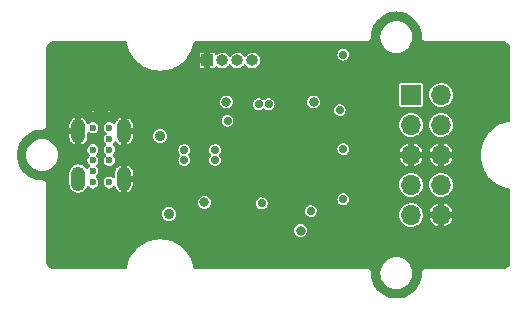
<source format=gbr>
%TF.GenerationSoftware,KiCad,Pcbnew,(6.0.7-1)-1*%
%TF.CreationDate,2022-09-12T16:32:20+08:00*%
%TF.ProjectId,0102-TILEDAP,30313032-2d54-4494-9c45-4441502e6b69,V1.1*%
%TF.SameCoordinates,Original*%
%TF.FileFunction,Copper,L2,Inr*%
%TF.FilePolarity,Positive*%
%FSLAX46Y46*%
G04 Gerber Fmt 4.6, Leading zero omitted, Abs format (unit mm)*
G04 Created by KiCad (PCBNEW (6.0.7-1)-1) date 2022-09-12 16:32:20*
%MOMM*%
%LPD*%
G01*
G04 APERTURE LIST*
%TA.AperFunction,ComponentPad*%
%ADD10C,0.600000*%
%TD*%
%TA.AperFunction,ComponentPad*%
%ADD11O,1.200000X2.100000*%
%TD*%
%TA.AperFunction,ComponentPad*%
%ADD12R,1.700000X1.700000*%
%TD*%
%TA.AperFunction,ComponentPad*%
%ADD13O,1.700000X1.700000*%
%TD*%
%TA.AperFunction,ComponentPad*%
%ADD14R,1.000000X1.000000*%
%TD*%
%TA.AperFunction,ComponentPad*%
%ADD15O,1.000000X1.000000*%
%TD*%
%TA.AperFunction,ViaPad*%
%ADD16C,0.900000*%
%TD*%
%TA.AperFunction,ViaPad*%
%ADD17C,0.500000*%
%TD*%
%TA.AperFunction,ViaPad*%
%ADD18C,0.800000*%
%TD*%
%TA.AperFunction,ViaPad*%
%ADD19C,0.700000*%
%TD*%
G04 APERTURE END LIST*
D10*
%TO.N,GND*%
%TO.C,J1*%
X8000000Y15550000D03*
%TO.N,VBUS*%
X8000000Y14600000D03*
%TO.N,Net-(J1-PadA5)*%
X8000000Y13650000D03*
%TO.N,/D+*%
X8000000Y12750000D03*
%TO.N,/D-*%
X8000000Y11850000D03*
%TO.N,VBUS*%
X8000000Y10000000D03*
%TO.N,GND*%
X8000000Y9050000D03*
X6600000Y9050000D03*
%TO.N,VBUS*%
X6600000Y10000000D03*
%TO.N,Net-(J1-PadB5)*%
X6600000Y10950000D03*
%TO.N,/D+*%
X6600000Y11850000D03*
%TO.N,/D-*%
X6600000Y12750000D03*
%TO.N,VBUS*%
X6600000Y14600000D03*
%TO.N,GND*%
X6600000Y15550000D03*
D11*
X9230000Y10300000D03*
X9230000Y14300000D03*
X5370000Y14300000D03*
%TO.N,N/C*%
X5370000Y10300000D03*
%TD*%
D12*
%TO.N,/TGT_SWDIO*%
%TO.C,J3*%
X33542000Y17380000D03*
D13*
%TO.N,VBUS*%
X36082000Y17380000D03*
%TO.N,/TGT_SWCLK*%
X33542000Y14840000D03*
%TO.N,+3V3*%
X36082000Y14840000D03*
%TO.N,GND*%
X33542000Y12300000D03*
X36082000Y12300000D03*
%TO.N,/TGT_TX*%
X33542000Y9760000D03*
%TO.N,/TGT_RX*%
X36082000Y9760000D03*
%TO.N,/TGT_NRESET*%
X33542000Y7220000D03*
%TO.N,GND*%
X36082000Y7220000D03*
%TD*%
D14*
%TO.N,GND*%
%TO.C,J2*%
X16300000Y20300000D03*
D15*
%TO.N,/IF_SWCLK*%
X17570000Y20300000D03*
%TO.N,/IF_SWDIO*%
X18840000Y20300000D03*
%TO.N,VBUS*%
X20110000Y20300000D03*
%TD*%
D16*
%TO.N,VBUS*%
X13050000Y7300000D03*
D17*
%TO.N,GND*%
X16300000Y10050000D03*
X17050000Y14800000D03*
X15550000Y10050000D03*
X34800000Y3300000D03*
X25400000Y17800000D03*
X31550000Y9800000D03*
X30550000Y9800000D03*
X6800000Y6300000D03*
X24050000Y7550000D03*
X20600000Y13000000D03*
X27800000Y17300000D03*
X31550000Y17300000D03*
X20800000Y4300000D03*
X3300000Y9800000D03*
X17300000Y3300000D03*
X12050000Y6300000D03*
X30550000Y12800000D03*
X39050000Y19300000D03*
X22300000Y3300000D03*
X27800000Y6550000D03*
X22050000Y4800000D03*
X22300000Y7550000D03*
X7800000Y6300000D03*
X19300000Y18800000D03*
X17300000Y10050000D03*
X16050000Y6300000D03*
X34800000Y21300000D03*
X31550000Y12800000D03*
X22000000Y13000000D03*
X18050000Y8300000D03*
X19800000Y3300000D03*
X41300000Y19800000D03*
X29800000Y3300000D03*
X37300000Y3300000D03*
X26050000Y15800000D03*
X31550000Y18300000D03*
X29800000Y6550000D03*
X29800000Y5550000D03*
X27800000Y5550000D03*
X8800000Y7300000D03*
X12800000Y9400000D03*
X11050000Y6300000D03*
X29800000Y14800000D03*
X7800000Y18300000D03*
X3300000Y17300000D03*
X24800000Y6550000D03*
X12050000Y18300000D03*
X3300000Y14800000D03*
X22000000Y11600000D03*
X6800000Y18300000D03*
X41300000Y4800000D03*
X15050000Y8300000D03*
X20800000Y18300000D03*
X28800000Y5550000D03*
X31550000Y13800000D03*
X13400000Y9050000D03*
X30550000Y17300000D03*
X5800000Y18300000D03*
X17050000Y8300000D03*
X27300000Y3300000D03*
X21050000Y17550000D03*
X30550000Y8800000D03*
X14200000Y11000000D03*
X30550000Y11800000D03*
X23300000Y4800000D03*
X39800000Y21300000D03*
X39800000Y3300000D03*
X27800000Y18300000D03*
X11050000Y18300000D03*
X30550000Y18300000D03*
X28800000Y6550000D03*
X24300000Y15300000D03*
X39050000Y18300000D03*
X14200000Y13600000D03*
X24800000Y3300000D03*
X5800000Y6300000D03*
X20600000Y11600000D03*
X5800000Y17300000D03*
X31550000Y8800000D03*
X25050000Y15800000D03*
X29800000Y21300000D03*
X3300000Y7300000D03*
X38050000Y18300000D03*
X37300000Y21300000D03*
X38050000Y19300000D03*
X31550000Y11800000D03*
X26100000Y18500000D03*
X18300000Y18800000D03*
X27800000Y9550000D03*
X29050000Y14050000D03*
D16*
%TO.N,+3V3*%
X12300000Y13900000D03*
D18*
X24200000Y5900000D03*
X16050000Y8300000D03*
X25300000Y16800000D03*
D19*
X27800000Y20800000D03*
D18*
X17900000Y16800000D03*
D19*
X27500000Y16100000D03*
X27800000Y8550000D03*
%TO.N,/TGT_USB_D+*%
X16950000Y12725000D03*
X20625000Y16600000D03*
%TO.N,/TGT_USB_D-*%
X21475000Y16600000D03*
X16950000Y11875000D03*
%TO.N,/TGT_NRESET*%
X27800000Y12800000D03*
%TO.N,/IF_NRESET*%
X25050000Y7550000D03*
X20900000Y8200000D03*
%TO.N,/D-*%
X14344065Y11875000D03*
%TO.N,/D+*%
X14344065Y12725000D03*
%TO.N,/IF_SWCLK*%
X18000000Y15200000D03*
%TD*%
%TA.AperFunction,Conductor*%
%TO.N,GND*%
G36*
X32414617Y24441988D02*
G01*
X32572324Y24431651D01*
X32588664Y24429500D01*
X32848231Y24377869D01*
X32864152Y24373603D01*
X33114759Y24288533D01*
X33129985Y24282226D01*
X33367342Y24165175D01*
X33381616Y24156934D01*
X33601663Y24009903D01*
X33614739Y23999870D01*
X33813717Y23825371D01*
X33825371Y23813717D01*
X33999870Y23614739D01*
X34009903Y23601663D01*
X34156934Y23381616D01*
X34165175Y23367342D01*
X34282226Y23129985D01*
X34288533Y23114759D01*
X34373603Y22864152D01*
X34377869Y22848231D01*
X34429500Y22588664D01*
X34431651Y22572324D01*
X34448214Y22319628D01*
X34448349Y22315517D01*
X34444191Y22300000D01*
X34448484Y22283978D01*
X34448484Y22281468D01*
X34449761Y22275047D01*
X34458522Y22208501D01*
X34461681Y22200874D01*
X34461682Y22200871D01*
X34469465Y22182082D01*
X34493839Y22123238D01*
X34550021Y22050021D01*
X34556571Y22044995D01*
X34574931Y22030907D01*
X34623238Y21993839D01*
X34665870Y21976180D01*
X34700871Y21961682D01*
X34700874Y21961681D01*
X34708501Y21958522D01*
X34775047Y21949761D01*
X34781468Y21948484D01*
X34783978Y21948484D01*
X34800000Y21944191D01*
X34816022Y21948484D01*
X34828685Y21948484D01*
X34836402Y21949500D01*
X41263598Y21949500D01*
X41271315Y21948484D01*
X41283978Y21948484D01*
X41300000Y21944191D01*
X41313583Y21947830D01*
X41316043Y21947692D01*
X41430420Y21934805D01*
X41457928Y21928526D01*
X41568407Y21889868D01*
X41593820Y21877631D01*
X41692943Y21815349D01*
X41714998Y21797759D01*
X41797759Y21714998D01*
X41815349Y21692943D01*
X41877631Y21593820D01*
X41889868Y21568407D01*
X41928526Y21457928D01*
X41934805Y21430420D01*
X41947692Y21316043D01*
X41947830Y21313583D01*
X41944191Y21300000D01*
X41948484Y21283978D01*
X41948484Y21271315D01*
X41949500Y21263598D01*
X41949500Y15246785D01*
X41929498Y15178664D01*
X41875842Y15132171D01*
X41840023Y15121873D01*
X41765557Y15112023D01*
X41765554Y15112022D01*
X41761960Y15111547D01*
X41758448Y15110663D01*
X41758444Y15110662D01*
X41693166Y15094226D01*
X41442508Y15031115D01*
X41439115Y15029831D01*
X41439109Y15029829D01*
X41137806Y14915800D01*
X41137798Y14915797D01*
X41134412Y14914515D01*
X41072717Y14882636D01*
X40844985Y14764961D01*
X40844979Y14764958D01*
X40841752Y14763290D01*
X40568404Y14579443D01*
X40565654Y14577092D01*
X40565652Y14577091D01*
X40356491Y14398317D01*
X40317988Y14365408D01*
X40315525Y14362756D01*
X40315520Y14362751D01*
X40193519Y14231379D01*
X40093820Y14124022D01*
X40035313Y14044329D01*
X39930116Y13901040D01*
X39898869Y13858479D01*
X39805435Y13694587D01*
X39738317Y13576856D01*
X39735717Y13572296D01*
X39606525Y13269265D01*
X39559642Y13110920D01*
X39514043Y12956912D01*
X39513002Y12953397D01*
X39456389Y12628876D01*
X39437434Y12300000D01*
X39456389Y11971124D01*
X39513002Y11646603D01*
X39514029Y11643134D01*
X39514031Y11643126D01*
X39547033Y11531664D01*
X39606525Y11330735D01*
X39735717Y11027704D01*
X39737510Y11024558D01*
X39737513Y11024553D01*
X39770688Y10966361D01*
X39898869Y10741521D01*
X39901016Y10738597D01*
X39901017Y10738595D01*
X39941204Y10683857D01*
X40093820Y10475978D01*
X40174785Y10388794D01*
X40315520Y10237249D01*
X40315525Y10237244D01*
X40317988Y10234592D01*
X40320741Y10232239D01*
X40320743Y10232237D01*
X40533981Y10049979D01*
X40568404Y10020557D01*
X40841752Y9836710D01*
X40844979Y9835042D01*
X40844985Y9835039D01*
X41007201Y9751218D01*
X41134412Y9685485D01*
X41137798Y9684203D01*
X41137806Y9684200D01*
X41439109Y9570171D01*
X41439115Y9570169D01*
X41442508Y9568885D01*
X41591324Y9531416D01*
X41758444Y9489338D01*
X41758448Y9489337D01*
X41761960Y9488453D01*
X41765554Y9487978D01*
X41765557Y9487977D01*
X41840023Y9478127D01*
X41904933Y9449365D01*
X41943988Y9390075D01*
X41949500Y9353215D01*
X41949500Y3336402D01*
X41948484Y3328685D01*
X41948484Y3316022D01*
X41944191Y3300000D01*
X41947830Y3286417D01*
X41947692Y3283957D01*
X41934805Y3169580D01*
X41928526Y3142072D01*
X41889868Y3031593D01*
X41877631Y3006180D01*
X41815349Y2907057D01*
X41797759Y2885002D01*
X41714998Y2802241D01*
X41692943Y2784651D01*
X41593820Y2722369D01*
X41568407Y2710132D01*
X41457928Y2671474D01*
X41430420Y2665195D01*
X41316043Y2652308D01*
X41313583Y2652170D01*
X41300000Y2655809D01*
X41283978Y2651516D01*
X41271315Y2651516D01*
X41263598Y2650500D01*
X34836402Y2650500D01*
X34828685Y2651516D01*
X34816022Y2651516D01*
X34800000Y2655809D01*
X34783978Y2651516D01*
X34781468Y2651516D01*
X34775047Y2650239D01*
X34708501Y2641478D01*
X34700874Y2638319D01*
X34700871Y2638318D01*
X34665870Y2623820D01*
X34623238Y2606161D01*
X34616687Y2601134D01*
X34616685Y2601133D01*
X34563732Y2560500D01*
X34550021Y2549979D01*
X34493839Y2476762D01*
X34485105Y2455676D01*
X34463456Y2403410D01*
X34458522Y2391499D01*
X34457444Y2383310D01*
X34449761Y2324953D01*
X34448484Y2318534D01*
X34448484Y2316023D01*
X34444191Y2300000D01*
X34448349Y2284482D01*
X34448215Y2280383D01*
X34431651Y2027676D01*
X34429500Y2011336D01*
X34377869Y1751769D01*
X34373603Y1735848D01*
X34288533Y1485241D01*
X34282226Y1470015D01*
X34165175Y1232658D01*
X34156934Y1218384D01*
X34009903Y998337D01*
X33999870Y985261D01*
X33825371Y786283D01*
X33813717Y774629D01*
X33614739Y600130D01*
X33601663Y590097D01*
X33381616Y443066D01*
X33367342Y434825D01*
X33129985Y317774D01*
X33114759Y311467D01*
X32864152Y226397D01*
X32848231Y222131D01*
X32588664Y170500D01*
X32572324Y168349D01*
X32414617Y158012D01*
X32308239Y151040D01*
X32291761Y151040D01*
X32185383Y158012D01*
X32027676Y168349D01*
X32011336Y170500D01*
X31751769Y222131D01*
X31735848Y226397D01*
X31485241Y311467D01*
X31470015Y317774D01*
X31232658Y434825D01*
X31218384Y443066D01*
X30998337Y590097D01*
X30985261Y600130D01*
X30786283Y774629D01*
X30774629Y786283D01*
X30600130Y985261D01*
X30590097Y998337D01*
X30443066Y1218384D01*
X30434825Y1232658D01*
X30317774Y1470015D01*
X30311467Y1485241D01*
X30226397Y1735848D01*
X30222131Y1751769D01*
X30170500Y2011336D01*
X30168349Y2027676D01*
X30151785Y2280383D01*
X30151651Y2284482D01*
X30155809Y2300000D01*
X30944341Y2300000D01*
X30964937Y2064592D01*
X30966361Y2059278D01*
X30966361Y2059277D01*
X30981150Y2004085D01*
X31026097Y1836337D01*
X31028419Y1831357D01*
X31028420Y1831355D01*
X31083851Y1712485D01*
X31125965Y1622171D01*
X31261505Y1428599D01*
X31428599Y1261505D01*
X31622171Y1125965D01*
X31627149Y1123644D01*
X31627152Y1123642D01*
X31831355Y1028420D01*
X31836337Y1026097D01*
X31841645Y1024675D01*
X31841647Y1024674D01*
X32059277Y966361D01*
X32064592Y964937D01*
X32167682Y955918D01*
X32238310Y949738D01*
X32238317Y949738D01*
X32241034Y949500D01*
X32358966Y949500D01*
X32361683Y949738D01*
X32361690Y949738D01*
X32432318Y955918D01*
X32535408Y964937D01*
X32540723Y966361D01*
X32758353Y1024674D01*
X32758355Y1024675D01*
X32763663Y1026097D01*
X32768645Y1028420D01*
X32972848Y1123642D01*
X32972851Y1123644D01*
X32977829Y1125965D01*
X33171401Y1261505D01*
X33338495Y1428599D01*
X33341655Y1433111D01*
X33470878Y1617661D01*
X33470881Y1617666D01*
X33474035Y1622170D01*
X33476358Y1627152D01*
X33476361Y1627157D01*
X33571580Y1831355D01*
X33571581Y1831356D01*
X33573903Y1836337D01*
X33618851Y2004085D01*
X33633639Y2059277D01*
X33633639Y2059278D01*
X33635063Y2064592D01*
X33655659Y2300000D01*
X33635063Y2535408D01*
X33604006Y2651317D01*
X33575326Y2758353D01*
X33575325Y2758355D01*
X33573903Y2763663D01*
X33571580Y2768645D01*
X33476358Y2972848D01*
X33476356Y2972851D01*
X33474035Y2977829D01*
X33338495Y3171401D01*
X33171401Y3338495D01*
X32977829Y3474035D01*
X32972851Y3476356D01*
X32972848Y3476358D01*
X32768645Y3571580D01*
X32768643Y3571581D01*
X32763663Y3573903D01*
X32758355Y3575325D01*
X32758353Y3575326D01*
X32540723Y3633639D01*
X32540722Y3633639D01*
X32535408Y3635063D01*
X32432318Y3644082D01*
X32361690Y3650262D01*
X32361683Y3650262D01*
X32358966Y3650500D01*
X32241034Y3650500D01*
X32238317Y3650262D01*
X32238310Y3650262D01*
X32167682Y3644082D01*
X32064592Y3635063D01*
X32059278Y3633639D01*
X32059277Y3633639D01*
X31841647Y3575326D01*
X31841645Y3575325D01*
X31836337Y3573903D01*
X31831357Y3571581D01*
X31831355Y3571580D01*
X31627152Y3476358D01*
X31627149Y3476356D01*
X31622171Y3474035D01*
X31428599Y3338495D01*
X31261505Y3171401D01*
X31258348Y3166893D01*
X31258346Y3166890D01*
X31145810Y3006172D01*
X31125965Y2977830D01*
X31123642Y2972848D01*
X31123639Y2972843D01*
X31044086Y2802241D01*
X31026097Y2763663D01*
X31024675Y2758355D01*
X31024674Y2758353D01*
X30995994Y2651317D01*
X30964937Y2535408D01*
X30944341Y2300000D01*
X30155809Y2300000D01*
X30151516Y2316023D01*
X30151516Y2318534D01*
X30150239Y2324953D01*
X30142556Y2383310D01*
X30141478Y2391499D01*
X30136545Y2403410D01*
X30114895Y2455676D01*
X30106161Y2476762D01*
X30049979Y2549979D01*
X30036268Y2560500D01*
X29983315Y2601133D01*
X29983313Y2601134D01*
X29976762Y2606161D01*
X29934130Y2623820D01*
X29899129Y2638318D01*
X29899126Y2638319D01*
X29891499Y2641478D01*
X29824953Y2650239D01*
X29818532Y2651516D01*
X29816022Y2651516D01*
X29800000Y2655809D01*
X29783978Y2651516D01*
X29771315Y2651516D01*
X29763598Y2650500D01*
X15246785Y2650500D01*
X15178664Y2670502D01*
X15132171Y2724158D01*
X15121873Y2759977D01*
X15112023Y2834443D01*
X15112022Y2834446D01*
X15111547Y2838040D01*
X15075217Y2982334D01*
X15062814Y3031593D01*
X15031115Y3157492D01*
X15027559Y3166889D01*
X14915800Y3462194D01*
X14915797Y3462202D01*
X14914515Y3465588D01*
X14826943Y3635063D01*
X14764961Y3755015D01*
X14764958Y3755021D01*
X14763290Y3758248D01*
X14579443Y4031596D01*
X14365408Y4282012D01*
X14362756Y4284475D01*
X14362751Y4284480D01*
X14225876Y4411591D01*
X14124022Y4506180D01*
X13858479Y4701131D01*
X13693342Y4795275D01*
X13575447Y4862487D01*
X13575442Y4862490D01*
X13572296Y4864283D01*
X13269265Y4993475D01*
X13095197Y5045014D01*
X12956874Y5085969D01*
X12956866Y5085971D01*
X12953397Y5086998D01*
X12628876Y5143611D01*
X12300000Y5162566D01*
X11971124Y5143611D01*
X11646603Y5086998D01*
X11643134Y5085971D01*
X11643126Y5085969D01*
X11504803Y5045014D01*
X11330735Y4993475D01*
X11027704Y4864283D01*
X11024558Y4862490D01*
X11024553Y4862487D01*
X10906658Y4795275D01*
X10741521Y4701131D01*
X10475978Y4506180D01*
X10374124Y4411591D01*
X10237249Y4284480D01*
X10237244Y4284475D01*
X10234592Y4282012D01*
X10020557Y4031596D01*
X9836710Y3758248D01*
X9835042Y3755021D01*
X9835039Y3755015D01*
X9773057Y3635063D01*
X9685485Y3465588D01*
X9684203Y3462202D01*
X9684200Y3462194D01*
X9572441Y3166889D01*
X9568885Y3157492D01*
X9537186Y3031593D01*
X9524784Y2982334D01*
X9488453Y2838040D01*
X9487978Y2834446D01*
X9487977Y2834443D01*
X9478127Y2759977D01*
X9449365Y2695067D01*
X9390075Y2656012D01*
X9353215Y2650500D01*
X3336402Y2650500D01*
X3328685Y2651516D01*
X3316022Y2651516D01*
X3300000Y2655809D01*
X3286417Y2652170D01*
X3283957Y2652308D01*
X3169580Y2665195D01*
X3142072Y2671474D01*
X3031593Y2710132D01*
X3006180Y2722369D01*
X2907057Y2784651D01*
X2885002Y2802241D01*
X2802241Y2885002D01*
X2784651Y2907057D01*
X2722369Y3006180D01*
X2710132Y3031593D01*
X2671474Y3142072D01*
X2665195Y3169580D01*
X2652308Y3283957D01*
X2652170Y3286417D01*
X2655809Y3300000D01*
X2651516Y3316022D01*
X2651516Y3328685D01*
X2650500Y3336402D01*
X2650500Y5900000D01*
X23644750Y5900000D01*
X23663670Y5756291D01*
X23719139Y5622375D01*
X23807379Y5507379D01*
X23922375Y5419139D01*
X24056291Y5363670D01*
X24200000Y5344750D01*
X24343709Y5363670D01*
X24477625Y5419139D01*
X24592621Y5507379D01*
X24680861Y5622375D01*
X24736330Y5756291D01*
X24755250Y5900000D01*
X24736330Y6043709D01*
X24680861Y6177625D01*
X24592621Y6292621D01*
X24477625Y6380861D01*
X24343709Y6436330D01*
X24200000Y6455250D01*
X24056291Y6436330D01*
X23922375Y6380861D01*
X23807379Y6292621D01*
X23719139Y6177625D01*
X23663670Y6043709D01*
X23644750Y5900000D01*
X2650500Y5900000D01*
X2650500Y7300000D01*
X12444318Y7300000D01*
X12445396Y7291812D01*
X12462624Y7160955D01*
X12464956Y7143238D01*
X12525464Y6997159D01*
X12621718Y6871718D01*
X12747159Y6775464D01*
X12893238Y6714956D01*
X13050000Y6694318D01*
X13058188Y6695396D01*
X13198574Y6713878D01*
X13206762Y6714956D01*
X13352841Y6775464D01*
X13478282Y6871718D01*
X13574536Y6997159D01*
X13635044Y7143238D01*
X13637377Y7160955D01*
X13654604Y7291812D01*
X13655682Y7300000D01*
X13635044Y7456762D01*
X13593865Y7556177D01*
X24544391Y7556177D01*
X24545555Y7547275D01*
X24545555Y7547272D01*
X24546814Y7537646D01*
X24562980Y7414021D01*
X24620720Y7282797D01*
X24626497Y7275924D01*
X24626498Y7275923D01*
X24694139Y7195454D01*
X24712970Y7173052D01*
X24832313Y7093610D01*
X24969157Y7050858D01*
X24978129Y7050694D01*
X24978132Y7050693D01*
X25043463Y7049496D01*
X25112499Y7048230D01*
X25121533Y7050693D01*
X25242158Y7083579D01*
X25242160Y7083580D01*
X25250817Y7085940D01*
X25372991Y7160955D01*
X25439141Y7234037D01*
X32536757Y7234037D01*
X32553175Y7038517D01*
X32607258Y6849909D01*
X32610076Y6844426D01*
X32694123Y6680887D01*
X32694126Y6680883D01*
X32696944Y6675399D01*
X32818818Y6521631D01*
X32823511Y6517637D01*
X32823512Y6517636D01*
X32919047Y6436330D01*
X32968238Y6394465D01*
X32973616Y6391459D01*
X32973618Y6391458D01*
X33009932Y6371163D01*
X33139513Y6298743D01*
X33326118Y6238111D01*
X33520946Y6214879D01*
X33527081Y6215351D01*
X33527083Y6215351D01*
X33710434Y6229459D01*
X33710438Y6229460D01*
X33716576Y6229932D01*
X33905556Y6282697D01*
X34080689Y6371163D01*
X34110515Y6394465D01*
X34230453Y6488171D01*
X34235303Y6491960D01*
X34265084Y6526461D01*
X34359485Y6635827D01*
X34359485Y6635828D01*
X34363509Y6640489D01*
X34460425Y6811091D01*
X34507973Y6954025D01*
X35117923Y6954025D01*
X35146025Y6856020D01*
X35150543Y6844608D01*
X35234546Y6681156D01*
X35241196Y6670838D01*
X35355350Y6526811D01*
X35363873Y6517985D01*
X35503833Y6398871D01*
X35513905Y6391870D01*
X35674334Y6302210D01*
X35685574Y6297299D01*
X35810769Y6256621D01*
X35824867Y6256218D01*
X35828000Y6262590D01*
X35828000Y6270742D01*
X36336000Y6270742D01*
X36339973Y6257211D01*
X36348188Y6256030D01*
X36439430Y6281505D01*
X36450881Y6285947D01*
X36614919Y6368807D01*
X36625276Y6375380D01*
X36770100Y6488530D01*
X36778986Y6496991D01*
X36899070Y6636110D01*
X36906144Y6646138D01*
X36996919Y6805932D01*
X37001913Y6817148D01*
X37045712Y6948811D01*
X37046213Y6962903D01*
X37040024Y6966000D01*
X36354115Y6966000D01*
X36338876Y6961525D01*
X36337671Y6960135D01*
X36336000Y6952452D01*
X36336000Y6270742D01*
X35828000Y6270742D01*
X35828000Y6947885D01*
X35823525Y6963124D01*
X35822135Y6964329D01*
X35814452Y6966000D01*
X35132604Y6966000D01*
X35119073Y6962027D01*
X35117923Y6954025D01*
X34507973Y6954025D01*
X34522358Y6997268D01*
X34546949Y7191929D01*
X34547341Y7220000D01*
X34528194Y7415272D01*
X34526413Y7421171D01*
X34526412Y7421176D01*
X34509507Y7477168D01*
X35118594Y7477168D01*
X35125153Y7474000D01*
X35809885Y7474000D01*
X35825124Y7478475D01*
X35826329Y7479865D01*
X35828000Y7487548D01*
X35828000Y7492115D01*
X36336000Y7492115D01*
X36340475Y7476876D01*
X36341865Y7475671D01*
X36349548Y7474000D01*
X37031826Y7474000D01*
X37045357Y7477973D01*
X37046449Y7485567D01*
X37012801Y7597015D01*
X37008126Y7608356D01*
X36921846Y7770627D01*
X36915059Y7780843D01*
X36798899Y7923269D01*
X36790255Y7931973D01*
X36648649Y8049120D01*
X36638478Y8055980D01*
X36476809Y8143394D01*
X36465504Y8148146D01*
X36353308Y8182876D01*
X36339205Y8183082D01*
X36336000Y8176327D01*
X36336000Y7492115D01*
X35828000Y7492115D01*
X35828000Y8169586D01*
X35824027Y8183117D01*
X35816232Y8184237D01*
X35711496Y8153411D01*
X35700119Y8148814D01*
X35537247Y8063667D01*
X35526986Y8056953D01*
X35383751Y7941789D01*
X35374992Y7933211D01*
X35256853Y7792419D01*
X35249927Y7782305D01*
X35161383Y7621243D01*
X35156555Y7609979D01*
X35118898Y7491269D01*
X35118594Y7477168D01*
X34509507Y7477168D01*
X34473265Y7597207D01*
X34471484Y7603106D01*
X34379370Y7776347D01*
X34255361Y7928398D01*
X34104180Y8053465D01*
X33931585Y8146787D01*
X33836156Y8176327D01*
X33750039Y8202985D01*
X33750036Y8202986D01*
X33744152Y8204807D01*
X33738027Y8205451D01*
X33738026Y8205451D01*
X33555147Y8224673D01*
X33555146Y8224673D01*
X33549019Y8225317D01*
X33426383Y8214156D01*
X33359759Y8208093D01*
X33359758Y8208093D01*
X33353618Y8207534D01*
X33347704Y8205793D01*
X33347702Y8205793D01*
X33270538Y8183082D01*
X33165393Y8152136D01*
X33159928Y8149279D01*
X32996972Y8064088D01*
X32996968Y8064085D01*
X32991512Y8061233D01*
X32986712Y8057373D01*
X32986711Y8057373D01*
X32976446Y8049120D01*
X32838600Y7938289D01*
X32712480Y7787984D01*
X32709516Y7782592D01*
X32709513Y7782588D01*
X32664158Y7700087D01*
X32617956Y7616046D01*
X32616095Y7610179D01*
X32616094Y7610177D01*
X32597005Y7550000D01*
X32558628Y7429022D01*
X32536757Y7234037D01*
X25439141Y7234037D01*
X25469200Y7267246D01*
X25531710Y7396267D01*
X25555496Y7537646D01*
X25555647Y7550000D01*
X25535323Y7691918D01*
X25475984Y7822428D01*
X25424753Y7881884D01*
X25388260Y7924237D01*
X25388257Y7924240D01*
X25382400Y7931037D01*
X25262095Y8009015D01*
X25124739Y8050093D01*
X25115763Y8050148D01*
X25115762Y8050148D01*
X25055555Y8050516D01*
X24981376Y8050969D01*
X24843529Y8011572D01*
X24722280Y7935070D01*
X24716338Y7928342D01*
X24716337Y7928341D01*
X24679051Y7886122D01*
X24627377Y7827612D01*
X24566447Y7697837D01*
X24565066Y7688965D01*
X24551698Y7603106D01*
X24544391Y7556177D01*
X13593865Y7556177D01*
X13574536Y7602841D01*
X13478282Y7728282D01*
X13461798Y7740931D01*
X13407509Y7782588D01*
X13352841Y7824536D01*
X13206762Y7885044D01*
X13050000Y7905682D01*
X12893238Y7885044D01*
X12747159Y7824536D01*
X12692491Y7782588D01*
X12638203Y7740931D01*
X12621718Y7728282D01*
X12525464Y7602841D01*
X12464956Y7456762D01*
X12444318Y7300000D01*
X2650500Y7300000D01*
X2650500Y8300000D01*
X15494750Y8300000D01*
X15513670Y8156291D01*
X15569139Y8022375D01*
X15657379Y7907379D01*
X15772375Y7819139D01*
X15906291Y7763670D01*
X16050000Y7744750D01*
X16193709Y7763670D01*
X16327625Y7819139D01*
X16442621Y7907379D01*
X16530861Y8022375D01*
X16586330Y8156291D01*
X16592898Y8206177D01*
X20394391Y8206177D01*
X20395555Y8197275D01*
X20395555Y8197272D01*
X20401230Y8153878D01*
X20412980Y8064021D01*
X20470720Y7932797D01*
X20476497Y7925924D01*
X20476498Y7925923D01*
X20557190Y7829928D01*
X20562970Y7823052D01*
X20570447Y7818075D01*
X20652178Y7763670D01*
X20682313Y7743610D01*
X20819157Y7700858D01*
X20828129Y7700694D01*
X20828132Y7700693D01*
X20893463Y7699496D01*
X20962499Y7698230D01*
X20971533Y7700693D01*
X21092158Y7733579D01*
X21092160Y7733580D01*
X21100817Y7735940D01*
X21222991Y7810955D01*
X21239534Y7829231D01*
X21313178Y7910593D01*
X21319200Y7917246D01*
X21363662Y8009015D01*
X21377795Y8038186D01*
X21377795Y8038187D01*
X21381710Y8046267D01*
X21405496Y8187646D01*
X21405647Y8200000D01*
X21391326Y8300000D01*
X21386596Y8333032D01*
X21386595Y8333035D01*
X21385323Y8341918D01*
X21325984Y8472428D01*
X21273920Y8532851D01*
X21253821Y8556177D01*
X27294391Y8556177D01*
X27295555Y8547275D01*
X27295555Y8547272D01*
X27296814Y8537646D01*
X27312980Y8414021D01*
X27370720Y8282797D01*
X27376497Y8275924D01*
X27376498Y8275923D01*
X27454539Y8183082D01*
X27462970Y8173052D01*
X27582313Y8093610D01*
X27719157Y8050858D01*
X27728129Y8050694D01*
X27728132Y8050693D01*
X27793463Y8049496D01*
X27862499Y8048230D01*
X27871533Y8050693D01*
X27992158Y8083579D01*
X27992160Y8083580D01*
X28000817Y8085940D01*
X28122991Y8160955D01*
X28158333Y8200000D01*
X28213178Y8260593D01*
X28219200Y8267246D01*
X28281710Y8396267D01*
X28305496Y8537646D01*
X28305647Y8550000D01*
X28289316Y8664038D01*
X28286596Y8683032D01*
X28286595Y8683035D01*
X28285323Y8691918D01*
X28225984Y8822428D01*
X28207598Y8843766D01*
X28138260Y8924237D01*
X28138257Y8924240D01*
X28132400Y8931037D01*
X28012095Y9009015D01*
X27874739Y9050093D01*
X27865763Y9050148D01*
X27865762Y9050148D01*
X27805555Y9050516D01*
X27731376Y9050969D01*
X27593529Y9011572D01*
X27472280Y8935070D01*
X27466338Y8928342D01*
X27466337Y8928341D01*
X27451166Y8911163D01*
X27377377Y8827612D01*
X27316447Y8697837D01*
X27313355Y8677978D01*
X27296543Y8569996D01*
X27294391Y8556177D01*
X21253821Y8556177D01*
X21238260Y8574237D01*
X21238257Y8574240D01*
X21232400Y8581037D01*
X21112095Y8659015D01*
X20974739Y8700093D01*
X20965763Y8700148D01*
X20965762Y8700148D01*
X20905555Y8700516D01*
X20831376Y8700969D01*
X20693529Y8661572D01*
X20572280Y8585070D01*
X20477377Y8477612D01*
X20416447Y8347837D01*
X20415066Y8338965D01*
X20397271Y8224673D01*
X20394391Y8206177D01*
X16592898Y8206177D01*
X16605250Y8300000D01*
X16586330Y8443709D01*
X16530861Y8577625D01*
X16442621Y8692621D01*
X16327625Y8780861D01*
X16193709Y8836330D01*
X16050000Y8855250D01*
X15906291Y8836330D01*
X15772375Y8780861D01*
X15657379Y8692621D01*
X15569139Y8577625D01*
X15513670Y8443709D01*
X15494750Y8300000D01*
X2650500Y8300000D01*
X2650500Y8605672D01*
X6520502Y8605672D01*
X6522256Y8603329D01*
X6536288Y8601057D01*
X6647216Y8599024D01*
X6664856Y8601221D01*
X6666798Y8601750D01*
X6673170Y8605672D01*
X7920502Y8605672D01*
X7922256Y8603329D01*
X7936288Y8601057D01*
X8047216Y8599024D01*
X8064856Y8601221D01*
X8066798Y8601750D01*
X8078807Y8609142D01*
X8078586Y8610923D01*
X8075862Y8614928D01*
X8012812Y8677978D01*
X7998868Y8685592D01*
X7997035Y8685461D01*
X7990420Y8681210D01*
X7927262Y8618052D01*
X7920502Y8605672D01*
X6673170Y8605672D01*
X6678807Y8609142D01*
X6678586Y8610923D01*
X6675862Y8614928D01*
X6612812Y8677978D01*
X6598868Y8685592D01*
X6597035Y8685461D01*
X6590420Y8681210D01*
X6527262Y8618052D01*
X6520502Y8605672D01*
X2650500Y8605672D01*
X2650500Y9046648D01*
X6146571Y9046648D01*
X6154730Y8984254D01*
X6159841Y8972672D01*
X6168560Y8977770D01*
X6227978Y9037188D01*
X6234356Y9048868D01*
X6964408Y9048868D01*
X6964539Y9047035D01*
X6968790Y9040420D01*
X7029557Y8979653D01*
X7041258Y8973264D01*
X7044868Y8981693D01*
X7053684Y9034097D01*
X7054551Y9043753D01*
X7054567Y9045128D01*
X7054468Y9046648D01*
X7546571Y9046648D01*
X7554730Y8984254D01*
X7559841Y8972672D01*
X7568560Y8977770D01*
X7627978Y9037188D01*
X7634356Y9048868D01*
X8364408Y9048868D01*
X8364539Y9047035D01*
X8368790Y9040420D01*
X8429557Y8979653D01*
X8441258Y8973264D01*
X8444868Y8981693D01*
X8453684Y9034097D01*
X8454551Y9043753D01*
X8454567Y9045128D01*
X8453935Y9054829D01*
X8445242Y9115529D01*
X8439895Y9127256D01*
X8431469Y9122259D01*
X8372022Y9062812D01*
X8364408Y9048868D01*
X7634356Y9048868D01*
X7635592Y9051132D01*
X7635461Y9052965D01*
X7631210Y9059580D01*
X7570321Y9120469D01*
X7558813Y9126753D01*
X7555131Y9118010D01*
X7546788Y9064427D01*
X7546571Y9046648D01*
X7054468Y9046648D01*
X7053935Y9054829D01*
X7045242Y9115529D01*
X7039895Y9127256D01*
X7031469Y9122259D01*
X6972022Y9062812D01*
X6964408Y9048868D01*
X6234356Y9048868D01*
X6235592Y9051132D01*
X6235461Y9052965D01*
X6231210Y9059580D01*
X6170321Y9120469D01*
X6158813Y9126753D01*
X6155131Y9118010D01*
X6146788Y9064427D01*
X6146571Y9046648D01*
X2650500Y9046648D01*
X2650500Y9763598D01*
X2651516Y9771315D01*
X2651516Y9783978D01*
X2655809Y9800000D01*
X2654154Y9806178D01*
X4619500Y9806178D01*
X4628293Y9730757D01*
X4633514Y9685980D01*
X4634657Y9676172D01*
X4637153Y9669295D01*
X4637154Y9669292D01*
X4682856Y9543387D01*
X4694369Y9511669D01*
X4790323Y9365315D01*
X4917372Y9244960D01*
X5068702Y9157061D01*
X5236193Y9106333D01*
X5410862Y9095497D01*
X5418078Y9096737D01*
X5418080Y9096737D01*
X5576125Y9123894D01*
X5576127Y9123895D01*
X5583340Y9125134D01*
X5744373Y9193654D01*
X5885324Y9297383D01*
X5890063Y9302961D01*
X5890066Y9302964D01*
X5993893Y9425176D01*
X5993896Y9425180D01*
X5998632Y9430755D01*
X6053021Y9537268D01*
X6074892Y9580100D01*
X6074893Y9580102D01*
X6078219Y9586616D01*
X6079958Y9593724D01*
X6082510Y9600586D01*
X6085656Y9599416D01*
X6113629Y9647948D01*
X6176710Y9680527D01*
X6247390Y9673829D01*
X6284053Y9651262D01*
X6339029Y9602709D01*
X6347152Y9598895D01*
X6347154Y9598894D01*
X6461025Y9545432D01*
X6459465Y9542110D01*
X6504236Y9512579D01*
X6511793Y9502695D01*
X6523487Y9485723D01*
X6587188Y9422022D01*
X6601132Y9414408D01*
X6602965Y9414539D01*
X6609580Y9418790D01*
X6672264Y9481474D01*
X6677165Y9490449D01*
X6727368Y9540650D01*
X6735600Y9544763D01*
X6856098Y9599550D01*
X6958197Y9687525D01*
X7031501Y9800618D01*
X7034260Y9809841D01*
X7060962Y9899129D01*
X7070117Y9929741D01*
X7070152Y9935489D01*
X7529060Y9935489D01*
X7531527Y9926858D01*
X7531527Y9926856D01*
X7560651Y9824953D01*
X7566095Y9805905D01*
X7638012Y9691924D01*
X7644741Y9685981D01*
X7644742Y9685980D01*
X7663638Y9669292D01*
X7739029Y9602709D01*
X7747152Y9598895D01*
X7747154Y9598894D01*
X7861025Y9545432D01*
X7859465Y9542110D01*
X7904236Y9512579D01*
X7911793Y9502695D01*
X7923487Y9485723D01*
X7987188Y9422022D01*
X8001132Y9414408D01*
X8002965Y9414539D01*
X8009580Y9418790D01*
X8072264Y9481474D01*
X8077165Y9490449D01*
X8127368Y9540650D01*
X8135600Y9544763D01*
X8256098Y9599550D01*
X8321046Y9655513D01*
X8385706Y9684826D01*
X8455951Y9674527D01*
X8509478Y9627886D01*
X8521731Y9603050D01*
X8552322Y9518773D01*
X8558832Y9505774D01*
X8646697Y9371758D01*
X8656021Y9360606D01*
X8772358Y9250399D01*
X8784005Y9241686D01*
X8922575Y9161197D01*
X8935905Y9155401D01*
X8958664Y9148508D01*
X8972763Y9148389D01*
X8976000Y9155320D01*
X8976000Y9161093D01*
X9484000Y9161093D01*
X9487973Y9147562D01*
X9493056Y9146831D01*
X9597393Y9191227D01*
X9610017Y9198428D01*
X9739082Y9293409D01*
X9749724Y9303333D01*
X9853475Y9425456D01*
X9861542Y9437552D01*
X9934418Y9580272D01*
X9939487Y9593900D01*
X9977982Y9751218D01*
X9979664Y9762270D01*
X9979880Y9765753D01*
X9980000Y9769635D01*
X9980000Y9774037D01*
X32536757Y9774037D01*
X32553175Y9578517D01*
X32607258Y9389909D01*
X32610076Y9384426D01*
X32694123Y9220887D01*
X32694126Y9220883D01*
X32696944Y9215399D01*
X32818818Y9061631D01*
X32823511Y9057637D01*
X32823512Y9057636D01*
X32917355Y8977770D01*
X32968238Y8934465D01*
X32973616Y8931459D01*
X32973618Y8931458D01*
X33009932Y8911163D01*
X33139513Y8838743D01*
X33326118Y8778111D01*
X33520946Y8754879D01*
X33527081Y8755351D01*
X33527083Y8755351D01*
X33710434Y8769459D01*
X33710438Y8769460D01*
X33716576Y8769932D01*
X33905556Y8822697D01*
X34080689Y8911163D01*
X34110515Y8934465D01*
X34203078Y9006783D01*
X34235303Y9031960D01*
X34242606Y9040420D01*
X34359485Y9175827D01*
X34359485Y9175828D01*
X34363509Y9180489D01*
X34460425Y9351091D01*
X34522358Y9537268D01*
X34546949Y9731929D01*
X34547277Y9755383D01*
X34547292Y9756477D01*
X34547292Y9756481D01*
X34547341Y9760000D01*
X34545965Y9774037D01*
X35076757Y9774037D01*
X35093175Y9578517D01*
X35147258Y9389909D01*
X35150076Y9384426D01*
X35234123Y9220887D01*
X35234126Y9220883D01*
X35236944Y9215399D01*
X35358818Y9061631D01*
X35363511Y9057637D01*
X35363512Y9057636D01*
X35457355Y8977770D01*
X35508238Y8934465D01*
X35513616Y8931459D01*
X35513618Y8931458D01*
X35549932Y8911163D01*
X35679513Y8838743D01*
X35866118Y8778111D01*
X36060946Y8754879D01*
X36067081Y8755351D01*
X36067083Y8755351D01*
X36250434Y8769459D01*
X36250438Y8769460D01*
X36256576Y8769932D01*
X36445556Y8822697D01*
X36620689Y8911163D01*
X36650515Y8934465D01*
X36743078Y9006783D01*
X36775303Y9031960D01*
X36782606Y9040420D01*
X36899485Y9175827D01*
X36899485Y9175828D01*
X36903509Y9180489D01*
X37000425Y9351091D01*
X37062358Y9537268D01*
X37086949Y9731929D01*
X37087277Y9755383D01*
X37087292Y9756477D01*
X37087292Y9756481D01*
X37087341Y9760000D01*
X37068194Y9955272D01*
X37066413Y9961171D01*
X37066412Y9961176D01*
X37013265Y10137207D01*
X37011484Y10143106D01*
X36919370Y10316347D01*
X36795361Y10468398D01*
X36644180Y10593465D01*
X36471585Y10686787D01*
X36377868Y10715797D01*
X36290039Y10742985D01*
X36290036Y10742986D01*
X36284152Y10744807D01*
X36278027Y10745451D01*
X36278026Y10745451D01*
X36095147Y10764673D01*
X36095146Y10764673D01*
X36089019Y10765317D01*
X35966383Y10754156D01*
X35899759Y10748093D01*
X35899758Y10748093D01*
X35893618Y10747534D01*
X35887704Y10745793D01*
X35887702Y10745793D01*
X35863246Y10738595D01*
X35705393Y10692136D01*
X35699928Y10689279D01*
X35536972Y10604088D01*
X35536968Y10604085D01*
X35531512Y10601233D01*
X35526712Y10597373D01*
X35526711Y10597373D01*
X35495296Y10572115D01*
X35378600Y10478289D01*
X35252480Y10327984D01*
X35249516Y10322592D01*
X35249513Y10322588D01*
X35185920Y10206912D01*
X35157956Y10156046D01*
X35156095Y10150179D01*
X35156094Y10150177D01*
X35153335Y10141478D01*
X35098628Y9969022D01*
X35076757Y9774037D01*
X34545965Y9774037D01*
X34528194Y9955272D01*
X34526413Y9961171D01*
X34526412Y9961176D01*
X34473265Y10137207D01*
X34471484Y10143106D01*
X34379370Y10316347D01*
X34255361Y10468398D01*
X34104180Y10593465D01*
X33931585Y10686787D01*
X33837868Y10715797D01*
X33750039Y10742985D01*
X33750036Y10742986D01*
X33744152Y10744807D01*
X33738027Y10745451D01*
X33738026Y10745451D01*
X33555147Y10764673D01*
X33555146Y10764673D01*
X33549019Y10765317D01*
X33426383Y10754156D01*
X33359759Y10748093D01*
X33359758Y10748093D01*
X33353618Y10747534D01*
X33347704Y10745793D01*
X33347702Y10745793D01*
X33323246Y10738595D01*
X33165393Y10692136D01*
X33159928Y10689279D01*
X32996972Y10604088D01*
X32996968Y10604085D01*
X32991512Y10601233D01*
X32986712Y10597373D01*
X32986711Y10597373D01*
X32955296Y10572115D01*
X32838600Y10478289D01*
X32712480Y10327984D01*
X32709516Y10322592D01*
X32709513Y10322588D01*
X32645920Y10206912D01*
X32617956Y10156046D01*
X32616095Y10150179D01*
X32616094Y10150177D01*
X32613335Y10141478D01*
X32558628Y9969022D01*
X32536757Y9774037D01*
X9980000Y9774037D01*
X9980000Y10027885D01*
X9975525Y10043124D01*
X9974135Y10044329D01*
X9966452Y10046000D01*
X9502115Y10046000D01*
X9486876Y10041525D01*
X9485671Y10040135D01*
X9484000Y10032452D01*
X9484000Y9161093D01*
X8976000Y9161093D01*
X8976000Y10572115D01*
X9484000Y10572115D01*
X9488475Y10556876D01*
X9489865Y10555671D01*
X9497548Y10554000D01*
X9961885Y10554000D01*
X9977124Y10558475D01*
X9978329Y10559865D01*
X9980000Y10567548D01*
X9980000Y10790132D01*
X9979575Y10797436D01*
X9965701Y10916440D01*
X9962356Y10930592D01*
X9907678Y11081227D01*
X9901168Y11094226D01*
X9813303Y11228242D01*
X9803979Y11239394D01*
X9687642Y11349601D01*
X9675995Y11358314D01*
X9537425Y11438803D01*
X9524095Y11444599D01*
X9501336Y11451492D01*
X9487237Y11451611D01*
X9484000Y11444680D01*
X9484000Y10572115D01*
X8976000Y10572115D01*
X8976000Y11438907D01*
X8972027Y11452438D01*
X8966944Y11453169D01*
X8862607Y11408773D01*
X8849983Y11401572D01*
X8720918Y11306591D01*
X8710276Y11296667D01*
X8606525Y11174544D01*
X8598458Y11162448D01*
X8525582Y11019728D01*
X8520513Y11006100D01*
X8482018Y10848782D01*
X8480336Y10837730D01*
X8480120Y10834247D01*
X8480000Y10830365D01*
X8480000Y10483235D01*
X8459998Y10415114D01*
X8406342Y10368621D01*
X8336068Y10358517D01*
X8275323Y10386606D01*
X8275201Y10386421D01*
X8273958Y10387238D01*
X8270592Y10388794D01*
X8267699Y10391349D01*
X8260971Y10397291D01*
X8252848Y10401105D01*
X8252846Y10401106D01*
X8181026Y10434825D01*
X8138975Y10454568D01*
X8130110Y10455948D01*
X8130108Y10455949D01*
X8067046Y10465768D01*
X8036654Y10470500D01*
X7966218Y10470500D01*
X7927257Y10464920D01*
X7875474Y10457505D01*
X7875471Y10457504D01*
X7866588Y10456232D01*
X7858420Y10452518D01*
X7858419Y10452518D01*
X7837631Y10443066D01*
X7743902Y10400450D01*
X7641803Y10312475D01*
X7568499Y10199382D01*
X7565928Y10190785D01*
X7565927Y10190783D01*
X7553296Y10148548D01*
X7529883Y10070259D01*
X7529828Y10061283D01*
X7529828Y10061282D01*
X7529699Y10040135D01*
X7529060Y9935489D01*
X7070152Y9935489D01*
X7070236Y9949138D01*
X7070791Y10040135D01*
X7070940Y10064511D01*
X7066839Y10078862D01*
X7036372Y10185464D01*
X7036371Y10185466D01*
X7033905Y10194095D01*
X6961988Y10308076D01*
X6955144Y10314121D01*
X6879561Y10380873D01*
X6841743Y10440959D01*
X6842413Y10511952D01*
X6880721Y10570767D01*
X6882286Y10572115D01*
X6958197Y10637525D01*
X7031501Y10750618D01*
X7035705Y10764673D01*
X7067544Y10871138D01*
X7070117Y10879741D01*
X7070940Y11014511D01*
X7068036Y11024674D01*
X7036372Y11135464D01*
X7036371Y11135466D01*
X7033905Y11144095D01*
X6961988Y11258076D01*
X6908217Y11305565D01*
X6870399Y11365651D01*
X6871069Y11436644D01*
X6909377Y11495459D01*
X6912387Y11498052D01*
X6958197Y11537525D01*
X7031501Y11650618D01*
X7035664Y11664536D01*
X7067544Y11771138D01*
X7070117Y11779741D01*
X7070152Y11785489D01*
X7529060Y11785489D01*
X7531527Y11776858D01*
X7531527Y11776856D01*
X7548888Y11716110D01*
X7566095Y11655905D01*
X7638012Y11541924D01*
X7739029Y11452709D01*
X7747152Y11448895D01*
X7747154Y11448894D01*
X7798678Y11424704D01*
X7861025Y11395432D01*
X7869890Y11394052D01*
X7869892Y11394051D01*
X7932954Y11384232D01*
X7963346Y11379500D01*
X8033782Y11379500D01*
X8072743Y11385080D01*
X8124526Y11392495D01*
X8124529Y11392496D01*
X8133412Y11393768D01*
X8145461Y11399246D01*
X8198995Y11423587D01*
X8256098Y11449550D01*
X8358197Y11537525D01*
X8431501Y11650618D01*
X8435664Y11664536D01*
X8467544Y11771138D01*
X8470117Y11779741D01*
X8470736Y11881177D01*
X13838456Y11881177D01*
X13839620Y11872275D01*
X13839620Y11872272D01*
X13840879Y11862646D01*
X13857045Y11739021D01*
X13860662Y11730801D01*
X13910443Y11617666D01*
X13914785Y11607797D01*
X13920562Y11600924D01*
X13920563Y11600923D01*
X13975153Y11535980D01*
X14007035Y11498052D01*
X14014512Y11493075D01*
X14104594Y11433111D01*
X14126378Y11418610D01*
X14263222Y11375858D01*
X14272194Y11375694D01*
X14272197Y11375693D01*
X14337528Y11374496D01*
X14406564Y11373230D01*
X14415598Y11375693D01*
X14536223Y11408579D01*
X14536225Y11408580D01*
X14544882Y11410940D01*
X14667056Y11485955D01*
X14674037Y11493667D01*
X14757243Y11585593D01*
X14763265Y11592246D01*
X14825775Y11721267D01*
X14849561Y11862646D01*
X14849712Y11875000D01*
X14848827Y11881177D01*
X16444391Y11881177D01*
X16445555Y11872275D01*
X16445555Y11872272D01*
X16446814Y11862646D01*
X16462980Y11739021D01*
X16466597Y11730801D01*
X16516378Y11617666D01*
X16520720Y11607797D01*
X16526497Y11600924D01*
X16526498Y11600923D01*
X16581088Y11535980D01*
X16612970Y11498052D01*
X16620447Y11493075D01*
X16710529Y11433111D01*
X16732313Y11418610D01*
X16869157Y11375858D01*
X16878129Y11375694D01*
X16878132Y11375693D01*
X16943463Y11374496D01*
X17012499Y11373230D01*
X17021533Y11375693D01*
X17142158Y11408579D01*
X17142160Y11408580D01*
X17150817Y11410940D01*
X17272991Y11485955D01*
X17279972Y11493667D01*
X17363178Y11585593D01*
X17369200Y11592246D01*
X17431710Y11721267D01*
X17455496Y11862646D01*
X17455647Y11875000D01*
X17435323Y12016918D01*
X17427545Y12034025D01*
X32577923Y12034025D01*
X32606025Y11936020D01*
X32610543Y11924608D01*
X32694546Y11761156D01*
X32701196Y11750838D01*
X32815350Y11606811D01*
X32823873Y11597985D01*
X32963833Y11478871D01*
X32973905Y11471870D01*
X33134334Y11382210D01*
X33145574Y11377299D01*
X33270769Y11336621D01*
X33284867Y11336218D01*
X33288000Y11342590D01*
X33288000Y11350742D01*
X33796000Y11350742D01*
X33799973Y11337211D01*
X33808188Y11336030D01*
X33899430Y11361505D01*
X33910881Y11365947D01*
X34074919Y11448807D01*
X34085276Y11455380D01*
X34230100Y11568530D01*
X34238986Y11576991D01*
X34359070Y11716110D01*
X34366144Y11726138D01*
X34456919Y11885932D01*
X34461913Y11897148D01*
X34505712Y12028811D01*
X34505897Y12034025D01*
X35117923Y12034025D01*
X35146025Y11936020D01*
X35150543Y11924608D01*
X35234546Y11761156D01*
X35241196Y11750838D01*
X35355350Y11606811D01*
X35363873Y11597985D01*
X35503833Y11478871D01*
X35513905Y11471870D01*
X35674334Y11382210D01*
X35685574Y11377299D01*
X35810769Y11336621D01*
X35824867Y11336218D01*
X35828000Y11342590D01*
X35828000Y11350742D01*
X36336000Y11350742D01*
X36339973Y11337211D01*
X36348188Y11336030D01*
X36439430Y11361505D01*
X36450881Y11365947D01*
X36614919Y11448807D01*
X36625276Y11455380D01*
X36770100Y11568530D01*
X36778986Y11576991D01*
X36899070Y11716110D01*
X36906144Y11726138D01*
X36996919Y11885932D01*
X37001913Y11897148D01*
X37045712Y12028811D01*
X37046213Y12042903D01*
X37040024Y12046000D01*
X36354115Y12046000D01*
X36338876Y12041525D01*
X36337671Y12040135D01*
X36336000Y12032452D01*
X36336000Y11350742D01*
X35828000Y11350742D01*
X35828000Y12027885D01*
X35823525Y12043124D01*
X35822135Y12044329D01*
X35814452Y12046000D01*
X35132604Y12046000D01*
X35119073Y12042027D01*
X35117923Y12034025D01*
X34505897Y12034025D01*
X34506213Y12042903D01*
X34500024Y12046000D01*
X33814115Y12046000D01*
X33798876Y12041525D01*
X33797671Y12040135D01*
X33796000Y12032452D01*
X33796000Y11350742D01*
X33288000Y11350742D01*
X33288000Y12027885D01*
X33283525Y12043124D01*
X33282135Y12044329D01*
X33274452Y12046000D01*
X32592604Y12046000D01*
X32579073Y12042027D01*
X32577923Y12034025D01*
X17427545Y12034025D01*
X17422967Y12044095D01*
X17379700Y12139254D01*
X17375984Y12147428D01*
X17315172Y12218004D01*
X17285858Y12282667D01*
X17296157Y12352912D01*
X17317210Y12384807D01*
X17363176Y12435589D01*
X17363181Y12435596D01*
X17369200Y12442246D01*
X17409741Y12525923D01*
X17427795Y12563186D01*
X17427795Y12563187D01*
X17431710Y12571267D01*
X17455496Y12712646D01*
X17455647Y12725000D01*
X17444022Y12806177D01*
X27294391Y12806177D01*
X27295555Y12797275D01*
X27295555Y12797272D01*
X27296814Y12787646D01*
X27312980Y12664021D01*
X27316597Y12655801D01*
X27362879Y12550618D01*
X27370720Y12532797D01*
X27376497Y12525924D01*
X27376498Y12525923D01*
X27455731Y12431664D01*
X27462970Y12423052D01*
X27470447Y12418075D01*
X27573390Y12349550D01*
X27582313Y12343610D01*
X27719157Y12300858D01*
X27728129Y12300694D01*
X27728132Y12300693D01*
X27793463Y12299496D01*
X27862499Y12298230D01*
X27871533Y12300693D01*
X27992158Y12333579D01*
X27992160Y12333580D01*
X28000817Y12335940D01*
X28122991Y12410955D01*
X28145289Y12435589D01*
X28213178Y12510593D01*
X28219200Y12517246D01*
X28238542Y12557168D01*
X32578594Y12557168D01*
X32585153Y12554000D01*
X33269885Y12554000D01*
X33285124Y12558475D01*
X33286329Y12559865D01*
X33288000Y12567548D01*
X33288000Y12572115D01*
X33796000Y12572115D01*
X33800475Y12556876D01*
X33801865Y12555671D01*
X33809548Y12554000D01*
X34491826Y12554000D01*
X34502615Y12557168D01*
X35118594Y12557168D01*
X35125153Y12554000D01*
X35809885Y12554000D01*
X35825124Y12558475D01*
X35826329Y12559865D01*
X35828000Y12567548D01*
X35828000Y12572115D01*
X36336000Y12572115D01*
X36340475Y12556876D01*
X36341865Y12555671D01*
X36349548Y12554000D01*
X37031826Y12554000D01*
X37045357Y12557973D01*
X37046449Y12565567D01*
X37012801Y12677015D01*
X37008126Y12688356D01*
X36921846Y12850627D01*
X36915059Y12860843D01*
X36798899Y13003269D01*
X36790255Y13011973D01*
X36648649Y13129120D01*
X36638478Y13135980D01*
X36476809Y13223394D01*
X36465504Y13228146D01*
X36353308Y13262876D01*
X36339205Y13263082D01*
X36336000Y13256327D01*
X36336000Y12572115D01*
X35828000Y12572115D01*
X35828000Y13249586D01*
X35824027Y13263117D01*
X35816232Y13264237D01*
X35711496Y13233411D01*
X35700119Y13228814D01*
X35537247Y13143667D01*
X35526986Y13136953D01*
X35383751Y13021789D01*
X35374992Y13013211D01*
X35256853Y12872419D01*
X35249927Y12862305D01*
X35161383Y12701243D01*
X35156555Y12689979D01*
X35118898Y12571269D01*
X35118594Y12557168D01*
X34502615Y12557168D01*
X34505357Y12557973D01*
X34506449Y12565567D01*
X34472801Y12677015D01*
X34468126Y12688356D01*
X34381846Y12850627D01*
X34375059Y12860843D01*
X34258899Y13003269D01*
X34250255Y13011973D01*
X34108649Y13129120D01*
X34098478Y13135980D01*
X33936809Y13223394D01*
X33925504Y13228146D01*
X33813308Y13262876D01*
X33799205Y13263082D01*
X33796000Y13256327D01*
X33796000Y12572115D01*
X33288000Y12572115D01*
X33288000Y13249586D01*
X33284027Y13263117D01*
X33276232Y13264237D01*
X33171496Y13233411D01*
X33160119Y13228814D01*
X32997247Y13143667D01*
X32986986Y13136953D01*
X32843751Y13021789D01*
X32834992Y13013211D01*
X32716853Y12872419D01*
X32709927Y12862305D01*
X32621383Y12701243D01*
X32616555Y12689979D01*
X32578898Y12571269D01*
X32578594Y12557168D01*
X28238542Y12557168D01*
X28258289Y12597926D01*
X28277795Y12638186D01*
X28277795Y12638187D01*
X28281710Y12646267D01*
X28305496Y12787646D01*
X28305647Y12800000D01*
X28285323Y12941918D01*
X28225984Y13072428D01*
X28197431Y13105565D01*
X28138260Y13174237D01*
X28138257Y13174240D01*
X28132400Y13181037D01*
X28012095Y13259015D01*
X27874739Y13300093D01*
X27865763Y13300148D01*
X27865762Y13300148D01*
X27805555Y13300516D01*
X27731376Y13300969D01*
X27593529Y13261572D01*
X27472280Y13185070D01*
X27377377Y13077612D01*
X27316447Y12947837D01*
X27315066Y12938965D01*
X27296584Y12820259D01*
X27294391Y12806177D01*
X17444022Y12806177D01*
X17440773Y12828862D01*
X17436596Y12858032D01*
X17436595Y12858035D01*
X17435323Y12866918D01*
X17375984Y12997428D01*
X17327170Y13054079D01*
X17288260Y13099237D01*
X17288257Y13099240D01*
X17282400Y13106037D01*
X17162095Y13184015D01*
X17024739Y13225093D01*
X17015763Y13225148D01*
X17015762Y13225148D01*
X16955555Y13225516D01*
X16881376Y13225969D01*
X16743529Y13186572D01*
X16622280Y13110070D01*
X16527377Y13002612D01*
X16466447Y12872837D01*
X16462989Y12850627D01*
X16450225Y12768645D01*
X16444391Y12731177D01*
X16445555Y12722275D01*
X16445555Y12722272D01*
X16449778Y12689979D01*
X16462980Y12589021D01*
X16520720Y12457797D01*
X16560095Y12410955D01*
X16585543Y12380680D01*
X16614064Y12315664D01*
X16602908Y12245550D01*
X16583533Y12216198D01*
X16533323Y12159345D01*
X16527377Y12152612D01*
X16466447Y12022837D01*
X16457837Y11967537D01*
X16446878Y11897148D01*
X16444391Y11881177D01*
X14848827Y11881177D01*
X14829388Y12016918D01*
X14817032Y12044095D01*
X14773765Y12139254D01*
X14770049Y12147428D01*
X14709237Y12218004D01*
X14679923Y12282667D01*
X14690222Y12352912D01*
X14711275Y12384807D01*
X14757241Y12435589D01*
X14757246Y12435596D01*
X14763265Y12442246D01*
X14803806Y12525923D01*
X14821860Y12563186D01*
X14821860Y12563187D01*
X14825775Y12571267D01*
X14849561Y12712646D01*
X14849712Y12725000D01*
X14834838Y12828862D01*
X14830661Y12858032D01*
X14830660Y12858035D01*
X14829388Y12866918D01*
X14770049Y12997428D01*
X14721235Y13054079D01*
X14682325Y13099237D01*
X14682322Y13099240D01*
X14676465Y13106037D01*
X14556160Y13184015D01*
X14418804Y13225093D01*
X14409828Y13225148D01*
X14409827Y13225148D01*
X14349620Y13225516D01*
X14275441Y13225969D01*
X14137594Y13186572D01*
X14016345Y13110070D01*
X13921442Y13002612D01*
X13860512Y12872837D01*
X13857054Y12850627D01*
X13844290Y12768645D01*
X13838456Y12731177D01*
X13839620Y12722275D01*
X13839620Y12722272D01*
X13843843Y12689979D01*
X13857045Y12589021D01*
X13914785Y12457797D01*
X13954160Y12410955D01*
X13979608Y12380680D01*
X14008129Y12315664D01*
X13996973Y12245550D01*
X13977598Y12216198D01*
X13927388Y12159345D01*
X13921442Y12152612D01*
X13860512Y12022837D01*
X13851902Y11967537D01*
X13840943Y11897148D01*
X13838456Y11881177D01*
X8470736Y11881177D01*
X8470940Y11914511D01*
X8468055Y11924608D01*
X8436372Y12035464D01*
X8436371Y12035466D01*
X8433905Y12044095D01*
X8368977Y12146999D01*
X8366779Y12150483D01*
X8366778Y12150484D01*
X8361988Y12158076D01*
X8308217Y12205565D01*
X8270399Y12265651D01*
X8271069Y12336644D01*
X8309377Y12395459D01*
X8335084Y12417609D01*
X8358197Y12437525D01*
X8431501Y12550618D01*
X8434267Y12559865D01*
X8467544Y12671138D01*
X8470117Y12679741D01*
X8470940Y12814511D01*
X8466839Y12828862D01*
X8436372Y12935464D01*
X8436371Y12935466D01*
X8433905Y12944095D01*
X8361988Y13058076D01*
X8345738Y13072428D01*
X8308217Y13105565D01*
X8270399Y13165651D01*
X8271069Y13236644D01*
X8309377Y13295459D01*
X8318516Y13303333D01*
X8358197Y13337525D01*
X8363080Y13345059D01*
X8363083Y13345062D01*
X8407651Y13413822D01*
X8461487Y13460106D01*
X8531799Y13469937D01*
X8596265Y13440193D01*
X8618754Y13414376D01*
X8646695Y13371760D01*
X8656021Y13360606D01*
X8772358Y13250399D01*
X8784005Y13241686D01*
X8922575Y13161197D01*
X8935905Y13155401D01*
X8958664Y13148508D01*
X8972763Y13148389D01*
X8976000Y13155320D01*
X8976000Y13161093D01*
X9484000Y13161093D01*
X9487973Y13147562D01*
X9493056Y13146831D01*
X9597393Y13191227D01*
X9610017Y13198428D01*
X9739082Y13293409D01*
X9749724Y13303333D01*
X9853475Y13425456D01*
X9861542Y13437552D01*
X9934418Y13580272D01*
X9939487Y13593900D01*
X9977982Y13751218D01*
X9979664Y13762270D01*
X9979880Y13765753D01*
X9980000Y13769635D01*
X9980000Y13900000D01*
X11694318Y13900000D01*
X11714956Y13743238D01*
X11775464Y13597159D01*
X11871718Y13471718D01*
X11997159Y13375464D01*
X12143238Y13314956D01*
X12300000Y13294318D01*
X12308188Y13295396D01*
X12448574Y13313878D01*
X12456762Y13314956D01*
X12602841Y13375464D01*
X12728282Y13471718D01*
X12824536Y13597159D01*
X12885044Y13743238D01*
X12905682Y13900000D01*
X12885044Y14056762D01*
X12824536Y14202841D01*
X12728282Y14328282D01*
X12602841Y14424536D01*
X12456762Y14485044D01*
X12300000Y14505682D01*
X12143238Y14485044D01*
X11997159Y14424536D01*
X11871718Y14328282D01*
X11775464Y14202841D01*
X11714956Y14056762D01*
X11694318Y13900000D01*
X9980000Y13900000D01*
X9980000Y14027885D01*
X9975525Y14043124D01*
X9974135Y14044329D01*
X9966452Y14046000D01*
X9502115Y14046000D01*
X9486876Y14041525D01*
X9485671Y14040135D01*
X9484000Y14032452D01*
X9484000Y13161093D01*
X8976000Y13161093D01*
X8976000Y14572115D01*
X9484000Y14572115D01*
X9488475Y14556876D01*
X9489865Y14555671D01*
X9497548Y14554000D01*
X9961885Y14554000D01*
X9977124Y14558475D01*
X9978329Y14559865D01*
X9980000Y14567548D01*
X9980000Y14790132D01*
X9979575Y14797436D01*
X9965701Y14916440D01*
X9962356Y14930592D01*
X9907678Y15081227D01*
X9901168Y15094226D01*
X9827769Y15206177D01*
X17494391Y15206177D01*
X17495555Y15197275D01*
X17495555Y15197272D01*
X17498078Y15177978D01*
X17512980Y15064021D01*
X17570720Y14932797D01*
X17576497Y14925924D01*
X17576498Y14925923D01*
X17648724Y14840000D01*
X17662970Y14823052D01*
X17782313Y14743610D01*
X17919157Y14700858D01*
X17928129Y14700694D01*
X17928132Y14700693D01*
X17993463Y14699496D01*
X18062499Y14698230D01*
X18071533Y14700693D01*
X18192158Y14733579D01*
X18192160Y14733580D01*
X18200817Y14735940D01*
X18322991Y14810955D01*
X18353075Y14844191D01*
X18361987Y14854037D01*
X32536757Y14854037D01*
X32553175Y14658517D01*
X32607258Y14469909D01*
X32610076Y14464426D01*
X32694123Y14300887D01*
X32694126Y14300883D01*
X32696944Y14295399D01*
X32818818Y14141631D01*
X32823511Y14137637D01*
X32823512Y14137636D01*
X32952470Y14027885D01*
X32968238Y14014465D01*
X32973616Y14011459D01*
X32973618Y14011458D01*
X33009932Y13991163D01*
X33139513Y13918743D01*
X33326118Y13858111D01*
X33520946Y13834879D01*
X33527081Y13835351D01*
X33527083Y13835351D01*
X33710434Y13849459D01*
X33710438Y13849460D01*
X33716576Y13849932D01*
X33905556Y13902697D01*
X34080689Y13991163D01*
X34098801Y14005313D01*
X34213902Y14095240D01*
X34235303Y14111960D01*
X34242675Y14120500D01*
X34359485Y14255827D01*
X34359485Y14255828D01*
X34363509Y14260489D01*
X34375858Y14282226D01*
X34421602Y14362751D01*
X34460425Y14431091D01*
X34522358Y14617268D01*
X34546949Y14811929D01*
X34547200Y14829928D01*
X34547292Y14836477D01*
X34547292Y14836481D01*
X34547341Y14840000D01*
X34545965Y14854037D01*
X35076757Y14854037D01*
X35093175Y14658517D01*
X35147258Y14469909D01*
X35150076Y14464426D01*
X35234123Y14300887D01*
X35234126Y14300883D01*
X35236944Y14295399D01*
X35358818Y14141631D01*
X35363511Y14137637D01*
X35363512Y14137636D01*
X35492470Y14027885D01*
X35508238Y14014465D01*
X35513616Y14011459D01*
X35513618Y14011458D01*
X35549932Y13991163D01*
X35679513Y13918743D01*
X35866118Y13858111D01*
X36060946Y13834879D01*
X36067081Y13835351D01*
X36067083Y13835351D01*
X36250434Y13849459D01*
X36250438Y13849460D01*
X36256576Y13849932D01*
X36445556Y13902697D01*
X36620689Y13991163D01*
X36638801Y14005313D01*
X36753902Y14095240D01*
X36775303Y14111960D01*
X36782675Y14120500D01*
X36899485Y14255827D01*
X36899485Y14255828D01*
X36903509Y14260489D01*
X36915858Y14282226D01*
X36961602Y14362751D01*
X37000425Y14431091D01*
X37062358Y14617268D01*
X37086949Y14811929D01*
X37087200Y14829928D01*
X37087292Y14836477D01*
X37087292Y14836481D01*
X37087341Y14840000D01*
X37068194Y15035272D01*
X37066413Y15041171D01*
X37066412Y15041176D01*
X37013265Y15217207D01*
X37011484Y15223106D01*
X36919370Y15396347D01*
X36795361Y15548398D01*
X36644180Y15673465D01*
X36471585Y15766787D01*
X36377868Y15795797D01*
X36290039Y15822985D01*
X36290036Y15822986D01*
X36284152Y15824807D01*
X36278027Y15825451D01*
X36278026Y15825451D01*
X36095147Y15844673D01*
X36095146Y15844673D01*
X36089019Y15845317D01*
X35966383Y15834156D01*
X35899759Y15828093D01*
X35899758Y15828093D01*
X35893618Y15827534D01*
X35887704Y15825793D01*
X35887702Y15825793D01*
X35758734Y15787835D01*
X35705393Y15772136D01*
X35699928Y15769279D01*
X35536972Y15684088D01*
X35536968Y15684085D01*
X35531512Y15681233D01*
X35526712Y15677373D01*
X35526711Y15677373D01*
X35510126Y15664038D01*
X35378600Y15558289D01*
X35252480Y15407984D01*
X35249516Y15402592D01*
X35249513Y15402588D01*
X35191283Y15296667D01*
X35157956Y15236046D01*
X35156095Y15230179D01*
X35156094Y15230177D01*
X35142602Y15187646D01*
X35098628Y15049022D01*
X35076757Y14854037D01*
X34545965Y14854037D01*
X34528194Y15035272D01*
X34526413Y15041171D01*
X34526412Y15041176D01*
X34473265Y15217207D01*
X34471484Y15223106D01*
X34379370Y15396347D01*
X34255361Y15548398D01*
X34104180Y15673465D01*
X33931585Y15766787D01*
X33837868Y15795797D01*
X33750039Y15822985D01*
X33750036Y15822986D01*
X33744152Y15824807D01*
X33738027Y15825451D01*
X33738026Y15825451D01*
X33555147Y15844673D01*
X33555146Y15844673D01*
X33549019Y15845317D01*
X33426383Y15834156D01*
X33359759Y15828093D01*
X33359758Y15828093D01*
X33353618Y15827534D01*
X33347704Y15825793D01*
X33347702Y15825793D01*
X33218734Y15787835D01*
X33165393Y15772136D01*
X33159928Y15769279D01*
X32996972Y15684088D01*
X32996968Y15684085D01*
X32991512Y15681233D01*
X32986712Y15677373D01*
X32986711Y15677373D01*
X32970126Y15664038D01*
X32838600Y15558289D01*
X32712480Y15407984D01*
X32709516Y15402592D01*
X32709513Y15402588D01*
X32651283Y15296667D01*
X32617956Y15236046D01*
X32616095Y15230179D01*
X32616094Y15230177D01*
X32602602Y15187646D01*
X32558628Y15049022D01*
X32536757Y14854037D01*
X18361987Y14854037D01*
X18413178Y14910593D01*
X18419200Y14917246D01*
X18462249Y15006100D01*
X18477795Y15038186D01*
X18477795Y15038187D01*
X18481710Y15046267D01*
X18505496Y15187646D01*
X18505647Y15200000D01*
X18497473Y15257076D01*
X18486596Y15333032D01*
X18486595Y15333035D01*
X18485323Y15341918D01*
X18425984Y15472428D01*
X18407598Y15493766D01*
X18338260Y15574237D01*
X18338257Y15574240D01*
X18332400Y15581037D01*
X18212095Y15659015D01*
X18074739Y15700093D01*
X18065763Y15700148D01*
X18065762Y15700148D01*
X18005555Y15700516D01*
X17931376Y15700969D01*
X17793529Y15661572D01*
X17672280Y15585070D01*
X17666338Y15578342D01*
X17666337Y15578341D01*
X17652036Y15562148D01*
X17577377Y15477612D01*
X17516447Y15347837D01*
X17515066Y15338965D01*
X17497027Y15223106D01*
X17494391Y15206177D01*
X9827769Y15206177D01*
X9813303Y15228242D01*
X9803979Y15239394D01*
X9687642Y15349601D01*
X9675995Y15358314D01*
X9537425Y15438803D01*
X9524095Y15444599D01*
X9501336Y15451492D01*
X9487237Y15451611D01*
X9484000Y15444680D01*
X9484000Y14572115D01*
X8976000Y14572115D01*
X8976000Y15438907D01*
X8972027Y15452438D01*
X8966944Y15453169D01*
X8862607Y15408773D01*
X8849983Y15401572D01*
X8720918Y15306591D01*
X8710276Y15296667D01*
X8606525Y15174544D01*
X8598458Y15162448D01*
X8525582Y15019728D01*
X8517961Y14999237D01*
X8514916Y15000370D01*
X8486580Y14951474D01*
X8423423Y14919044D01*
X8352759Y14925908D01*
X8316371Y14948364D01*
X8267699Y14991349D01*
X8260971Y14997291D01*
X8252848Y15001105D01*
X8252846Y15001106D01*
X8138975Y15054568D01*
X8140481Y15057776D01*
X8095354Y15087509D01*
X8087319Y15098080D01*
X8075862Y15114928D01*
X8012812Y15177978D01*
X7998868Y15185592D01*
X7997035Y15185461D01*
X7990420Y15181210D01*
X7927261Y15118051D01*
X7922550Y15109423D01*
X7872348Y15059220D01*
X7864128Y15055114D01*
X7743902Y15000450D01*
X7641803Y14912475D01*
X7568499Y14799382D01*
X7565928Y14790785D01*
X7565927Y14790783D01*
X7551018Y14740931D01*
X7529883Y14670259D01*
X7529828Y14661283D01*
X7529828Y14661282D01*
X7529559Y14617268D01*
X7529060Y14535489D01*
X7531527Y14526858D01*
X7531527Y14526856D01*
X7560770Y14424536D01*
X7566095Y14405905D01*
X7638012Y14291924D01*
X7644741Y14285981D01*
X7644742Y14285980D01*
X7720439Y14219127D01*
X7758257Y14159041D01*
X7757587Y14088048D01*
X7719279Y14029234D01*
X7641803Y13962475D01*
X7568499Y13849382D01*
X7565928Y13840785D01*
X7565927Y13840783D01*
X7561318Y13825371D01*
X7529883Y13720259D01*
X7529060Y13585489D01*
X7531527Y13576858D01*
X7531527Y13576856D01*
X7563011Y13466695D01*
X7566095Y13455905D01*
X7638012Y13341924D01*
X7644741Y13335981D01*
X7644742Y13335980D01*
X7691783Y13294435D01*
X7729601Y13234349D01*
X7728931Y13163356D01*
X7690624Y13104542D01*
X7641803Y13062475D01*
X7568499Y12949382D01*
X7565928Y12940785D01*
X7565927Y12940783D01*
X7563609Y12933032D01*
X7529883Y12820259D01*
X7529828Y12811283D01*
X7529828Y12811282D01*
X7529568Y12768645D01*
X7529060Y12685489D01*
X7531527Y12676858D01*
X7531527Y12676856D01*
X7563628Y12564536D01*
X7566095Y12555905D01*
X7585391Y12525323D01*
X7632713Y12450323D01*
X7638012Y12441924D01*
X7644741Y12435981D01*
X7644742Y12435980D01*
X7691783Y12394435D01*
X7729601Y12334349D01*
X7728931Y12263356D01*
X7690624Y12204542D01*
X7641803Y12162475D01*
X7568499Y12049382D01*
X7565928Y12040785D01*
X7565927Y12040783D01*
X7558790Y12016918D01*
X7529883Y11920259D01*
X7529828Y11911283D01*
X7529828Y11911282D01*
X7529673Y11885932D01*
X7529060Y11785489D01*
X7070152Y11785489D01*
X7070940Y11914511D01*
X7068055Y11924608D01*
X7036372Y12035464D01*
X7036371Y12035466D01*
X7033905Y12044095D01*
X6968977Y12146999D01*
X6966779Y12150483D01*
X6966778Y12150484D01*
X6961988Y12158076D01*
X6908217Y12205565D01*
X6870399Y12265651D01*
X6871069Y12336644D01*
X6909377Y12395459D01*
X6935084Y12417609D01*
X6958197Y12437525D01*
X7031501Y12550618D01*
X7034267Y12559865D01*
X7067544Y12671138D01*
X7070117Y12679741D01*
X7070940Y12814511D01*
X7066839Y12828862D01*
X7036372Y12935464D01*
X7036371Y12935466D01*
X7033905Y12944095D01*
X6961988Y13058076D01*
X6945738Y13072428D01*
X6867699Y13141349D01*
X6860971Y13147291D01*
X6852848Y13151105D01*
X6852846Y13151106D01*
X6767390Y13191227D01*
X6738975Y13204568D01*
X6730110Y13205948D01*
X6730108Y13205949D01*
X6667046Y13215768D01*
X6636654Y13220500D01*
X6566218Y13220500D01*
X6527257Y13214920D01*
X6475474Y13207505D01*
X6475471Y13207504D01*
X6466588Y13206232D01*
X6458420Y13202518D01*
X6458419Y13202518D01*
X6453686Y13200366D01*
X6343902Y13150450D01*
X6241803Y13062475D01*
X6168499Y12949382D01*
X6165928Y12940785D01*
X6165927Y12940783D01*
X6163609Y12933032D01*
X6129883Y12820259D01*
X6129828Y12811283D01*
X6129828Y12811282D01*
X6129568Y12768645D01*
X6129060Y12685489D01*
X6131527Y12676858D01*
X6131527Y12676856D01*
X6163628Y12564536D01*
X6166095Y12555905D01*
X6185391Y12525323D01*
X6232713Y12450323D01*
X6238012Y12441924D01*
X6244741Y12435981D01*
X6244742Y12435980D01*
X6291783Y12394435D01*
X6329601Y12334349D01*
X6328931Y12263356D01*
X6290624Y12204542D01*
X6241803Y12162475D01*
X6168499Y12049382D01*
X6165928Y12040785D01*
X6165927Y12040783D01*
X6158790Y12016918D01*
X6129883Y11920259D01*
X6129828Y11911283D01*
X6129828Y11911282D01*
X6129673Y11885932D01*
X6129060Y11785489D01*
X6131527Y11776858D01*
X6131527Y11776856D01*
X6148888Y11716110D01*
X6166095Y11655905D01*
X6238012Y11541924D01*
X6244741Y11535981D01*
X6244742Y11535980D01*
X6291783Y11494435D01*
X6329601Y11434349D01*
X6328931Y11363356D01*
X6290624Y11304542D01*
X6241803Y11262475D01*
X6236920Y11254941D01*
X6236917Y11254938D01*
X6192646Y11186636D01*
X6138810Y11140352D01*
X6068498Y11130521D01*
X6004032Y11160265D01*
X5981542Y11186083D01*
X5960364Y11218384D01*
X5949677Y11234685D01*
X5822628Y11355040D01*
X5671298Y11442939D01*
X5503807Y11493667D01*
X5329138Y11504503D01*
X5321922Y11503263D01*
X5321920Y11503263D01*
X5163875Y11476106D01*
X5163873Y11476105D01*
X5156660Y11474866D01*
X5072985Y11439262D01*
X5006424Y11410940D01*
X4995627Y11406346D01*
X4989735Y11402010D01*
X4976806Y11392495D01*
X4854676Y11302617D01*
X4849937Y11297039D01*
X4849934Y11297036D01*
X4746107Y11174824D01*
X4746104Y11174820D01*
X4741368Y11169245D01*
X4720879Y11129120D01*
X4665292Y11020259D01*
X4661781Y11013384D01*
X4660042Y11006279D01*
X4660041Y11006275D01*
X4649926Y10964937D01*
X4620185Y10843394D01*
X4619838Y10837794D01*
X4619837Y10837790D01*
X4619620Y10834291D01*
X4619500Y10832352D01*
X4619500Y9806178D01*
X2654154Y9806178D01*
X2651516Y9816022D01*
X2651516Y9818532D01*
X2650239Y9824953D01*
X2642556Y9883310D01*
X2641478Y9891499D01*
X2606161Y9976762D01*
X2584835Y10004555D01*
X2555005Y10043429D01*
X2549979Y10049979D01*
X2519790Y10073144D01*
X2483315Y10101133D01*
X2483313Y10101134D01*
X2476762Y10106161D01*
X2428326Y10126224D01*
X2399129Y10138318D01*
X2399126Y10138319D01*
X2391499Y10141478D01*
X2324953Y10150239D01*
X2318532Y10151516D01*
X2316022Y10151516D01*
X2300000Y10155809D01*
X2284483Y10151651D01*
X2280372Y10151786D01*
X2027676Y10168349D01*
X2011336Y10170500D01*
X1751769Y10222131D01*
X1735848Y10226397D01*
X1485241Y10311467D01*
X1470015Y10317774D01*
X1232658Y10434825D01*
X1218384Y10443066D01*
X998337Y10590097D01*
X985261Y10600130D01*
X786283Y10774629D01*
X774629Y10786283D01*
X600130Y10985261D01*
X590097Y10998337D01*
X443066Y11218384D01*
X434825Y11232658D01*
X317774Y11470015D01*
X311467Y11485241D01*
X226397Y11735848D01*
X222131Y11751769D01*
X170500Y12011336D01*
X168349Y12027676D01*
X156757Y12204541D01*
X151040Y12291761D01*
X151040Y12300000D01*
X944341Y12300000D01*
X964937Y12064592D01*
X966361Y12059278D01*
X966361Y12059277D01*
X1019048Y11862646D01*
X1026097Y11836337D01*
X1028419Y11831357D01*
X1028420Y11831355D01*
X1112904Y11650181D01*
X1125965Y11622171D01*
X1261505Y11428599D01*
X1428599Y11261505D01*
X1622171Y11125965D01*
X1627149Y11123644D01*
X1627152Y11123642D01*
X1718111Y11081227D01*
X1836337Y11026097D01*
X1841645Y11024675D01*
X1841647Y11024674D01*
X2059277Y10966361D01*
X2064592Y10964937D01*
X2167682Y10955918D01*
X2238310Y10949738D01*
X2238317Y10949738D01*
X2241034Y10949500D01*
X2358966Y10949500D01*
X2361683Y10949738D01*
X2361690Y10949738D01*
X2432318Y10955918D01*
X2535408Y10964937D01*
X2540723Y10966361D01*
X2758353Y11024674D01*
X2758355Y11024675D01*
X2763663Y11026097D01*
X2881889Y11081227D01*
X2972848Y11123642D01*
X2972851Y11123644D01*
X2977829Y11125965D01*
X3171401Y11261505D01*
X3338495Y11428599D01*
X3341655Y11433111D01*
X3470878Y11617661D01*
X3470881Y11617666D01*
X3474035Y11622170D01*
X3476358Y11627152D01*
X3476361Y11627157D01*
X3571580Y11831355D01*
X3571581Y11831356D01*
X3573903Y11836337D01*
X3580953Y11862646D01*
X3633639Y12059277D01*
X3633639Y12059278D01*
X3635063Y12064592D01*
X3655659Y12300000D01*
X3635063Y12535408D01*
X3629311Y12556876D01*
X3575326Y12758353D01*
X3575325Y12758355D01*
X3573903Y12763663D01*
X3571580Y12768645D01*
X3476358Y12972848D01*
X3476356Y12972851D01*
X3474035Y12977829D01*
X3338495Y13171401D01*
X3171401Y13338495D01*
X2977829Y13474035D01*
X2972851Y13476356D01*
X2972848Y13476358D01*
X2768645Y13571580D01*
X2768643Y13571581D01*
X2763663Y13573903D01*
X2758355Y13575325D01*
X2758353Y13575326D01*
X2540723Y13633639D01*
X2540722Y13633639D01*
X2535408Y13635063D01*
X2432318Y13644082D01*
X2361690Y13650262D01*
X2361683Y13650262D01*
X2358966Y13650500D01*
X2241034Y13650500D01*
X2238317Y13650262D01*
X2238310Y13650262D01*
X2167682Y13644082D01*
X2064592Y13635063D01*
X2059278Y13633639D01*
X2059277Y13633639D01*
X1841647Y13575326D01*
X1841645Y13575325D01*
X1836337Y13573903D01*
X1831357Y13571581D01*
X1831355Y13571580D01*
X1627152Y13476358D01*
X1627149Y13476356D01*
X1622171Y13474035D01*
X1428599Y13338495D01*
X1261505Y13171401D01*
X1258348Y13166893D01*
X1258346Y13166890D01*
X1133964Y12989254D01*
X1125965Y12977830D01*
X1123642Y12972848D01*
X1123639Y12972843D01*
X1028420Y12768645D01*
X1026097Y12763663D01*
X1024675Y12758355D01*
X1024674Y12758353D01*
X970689Y12556876D01*
X964937Y12535408D01*
X944341Y12300000D01*
X151040Y12300000D01*
X151040Y12308241D01*
X152856Y12335940D01*
X167336Y12556876D01*
X168349Y12572324D01*
X170500Y12588664D01*
X222131Y12848231D01*
X226397Y12864152D01*
X311467Y13114759D01*
X317774Y13129985D01*
X434825Y13367342D01*
X443066Y13381616D01*
X590097Y13601663D01*
X600130Y13614739D01*
X771254Y13809868D01*
X4620000Y13809868D01*
X4620425Y13802564D01*
X4634299Y13683560D01*
X4637644Y13669408D01*
X4692322Y13518773D01*
X4698832Y13505774D01*
X4786697Y13371758D01*
X4796021Y13360606D01*
X4912358Y13250399D01*
X4924005Y13241686D01*
X5062575Y13161197D01*
X5075905Y13155401D01*
X5098664Y13148508D01*
X5112763Y13148389D01*
X5116000Y13155320D01*
X5116000Y13161093D01*
X5624000Y13161093D01*
X5627973Y13147562D01*
X5633056Y13146831D01*
X5737393Y13191227D01*
X5750017Y13198428D01*
X5879082Y13293409D01*
X5889724Y13303333D01*
X5993475Y13425456D01*
X6001542Y13437552D01*
X6074418Y13580272D01*
X6079487Y13593900D01*
X6117982Y13751218D01*
X6119664Y13762270D01*
X6119880Y13765753D01*
X6120000Y13769635D01*
X6120000Y14116765D01*
X6140002Y14184886D01*
X6193658Y14231379D01*
X6263932Y14241483D01*
X6324677Y14213394D01*
X6324799Y14213579D01*
X6326042Y14212762D01*
X6329408Y14211206D01*
X6339029Y14202709D01*
X6347152Y14198895D01*
X6347154Y14198894D01*
X6405587Y14171460D01*
X6461025Y14145432D01*
X6469890Y14144052D01*
X6469892Y14144051D01*
X6532954Y14134232D01*
X6563346Y14129500D01*
X6633782Y14129500D01*
X6672743Y14135080D01*
X6724526Y14142495D01*
X6724529Y14142496D01*
X6733412Y14143768D01*
X6745461Y14149246D01*
X6823846Y14184886D01*
X6856098Y14199550D01*
X6958197Y14287525D01*
X7031501Y14400618D01*
X7035664Y14414536D01*
X7067544Y14521138D01*
X7070117Y14529741D01*
X7070293Y14558475D01*
X7070648Y14616685D01*
X7070940Y14664511D01*
X7066839Y14678862D01*
X7036372Y14785464D01*
X7036371Y14785466D01*
X7033905Y14794095D01*
X6961988Y14908076D01*
X6954698Y14914515D01*
X6867699Y14991349D01*
X6860971Y14997291D01*
X6852848Y15001105D01*
X6852846Y15001106D01*
X6738975Y15054568D01*
X6740481Y15057776D01*
X6695354Y15087509D01*
X6687319Y15098080D01*
X6675862Y15114928D01*
X6612812Y15177978D01*
X6598868Y15185592D01*
X6597035Y15185461D01*
X6590420Y15181210D01*
X6527261Y15118051D01*
X6522550Y15109423D01*
X6472348Y15059220D01*
X6464128Y15055114D01*
X6343902Y15000450D01*
X6278954Y14944487D01*
X6214294Y14915174D01*
X6144049Y14925473D01*
X6090522Y14972114D01*
X6078269Y14996950D01*
X6047678Y15081227D01*
X6041168Y15094226D01*
X5953303Y15228242D01*
X5943979Y15239394D01*
X5827642Y15349601D01*
X5815995Y15358314D01*
X5677425Y15438803D01*
X5664095Y15444599D01*
X5641336Y15451492D01*
X5627237Y15451611D01*
X5624000Y15444680D01*
X5624000Y13161093D01*
X5116000Y13161093D01*
X5116000Y14027885D01*
X5111525Y14043124D01*
X5110135Y14044329D01*
X5102452Y14046000D01*
X4638115Y14046000D01*
X4622876Y14041525D01*
X4621671Y14040135D01*
X4620000Y14032452D01*
X4620000Y13809868D01*
X771254Y13809868D01*
X774629Y13813717D01*
X786283Y13825371D01*
X985261Y13999870D01*
X998337Y14009903D01*
X1218384Y14156934D01*
X1232658Y14165175D01*
X1470015Y14282226D01*
X1485241Y14288533D01*
X1735848Y14373603D01*
X1751769Y14377869D01*
X2011336Y14429500D01*
X2027676Y14431651D01*
X2280372Y14448214D01*
X2284483Y14448349D01*
X2300000Y14444191D01*
X2316022Y14448484D01*
X2318532Y14448484D01*
X2324953Y14449761D01*
X2391499Y14458522D01*
X2399126Y14461681D01*
X2399129Y14461682D01*
X2447900Y14481884D01*
X2476762Y14493839D01*
X2512339Y14521138D01*
X2543429Y14544995D01*
X2549979Y14550021D01*
X2566933Y14572115D01*
X4620000Y14572115D01*
X4624475Y14556876D01*
X4625865Y14555671D01*
X4633548Y14554000D01*
X5097885Y14554000D01*
X5113124Y14558475D01*
X5114329Y14559865D01*
X5116000Y14567548D01*
X5116000Y15438907D01*
X5112027Y15452438D01*
X5106944Y15453169D01*
X5002607Y15408773D01*
X4989983Y15401572D01*
X4860918Y15306591D01*
X4850276Y15296667D01*
X4746525Y15174544D01*
X4738458Y15162448D01*
X4665582Y15019728D01*
X4660513Y15006100D01*
X4622018Y14848782D01*
X4620336Y14837730D01*
X4620120Y14834247D01*
X4620000Y14830365D01*
X4620000Y14572115D01*
X2566933Y14572115D01*
X2574108Y14581466D01*
X2601133Y14616685D01*
X2601134Y14616687D01*
X2606161Y14623238D01*
X2638244Y14700693D01*
X2638318Y14700871D01*
X2638319Y14700874D01*
X2641478Y14708501D01*
X2650239Y14775047D01*
X2651516Y14781468D01*
X2651516Y14783978D01*
X2655809Y14800000D01*
X2651516Y14816022D01*
X2651516Y14828685D01*
X2650500Y14836402D01*
X2650500Y15546648D01*
X6146571Y15546648D01*
X6154730Y15484254D01*
X6159841Y15472672D01*
X6168560Y15477770D01*
X6227978Y15537188D01*
X6234356Y15548868D01*
X6964408Y15548868D01*
X6964539Y15547035D01*
X6968790Y15540420D01*
X7029557Y15479653D01*
X7041258Y15473264D01*
X7044868Y15481693D01*
X7053684Y15534097D01*
X7054551Y15543753D01*
X7054567Y15545128D01*
X7054468Y15546648D01*
X7546571Y15546648D01*
X7554730Y15484254D01*
X7559841Y15472672D01*
X7568560Y15477770D01*
X7627978Y15537188D01*
X7634356Y15548868D01*
X8364408Y15548868D01*
X8364539Y15547035D01*
X8368790Y15540420D01*
X8429557Y15479653D01*
X8441258Y15473264D01*
X8444868Y15481693D01*
X8453684Y15534097D01*
X8454551Y15543753D01*
X8454567Y15545128D01*
X8453935Y15554829D01*
X8445242Y15615529D01*
X8439895Y15627256D01*
X8431469Y15622259D01*
X8372022Y15562812D01*
X8364408Y15548868D01*
X7634356Y15548868D01*
X7635592Y15551132D01*
X7635461Y15552965D01*
X7631210Y15559580D01*
X7570321Y15620469D01*
X7558813Y15626753D01*
X7555131Y15618010D01*
X7546788Y15564427D01*
X7546571Y15546648D01*
X7054468Y15546648D01*
X7053935Y15554829D01*
X7045242Y15615529D01*
X7039895Y15627256D01*
X7031469Y15622259D01*
X6972022Y15562812D01*
X6964408Y15548868D01*
X6234356Y15548868D01*
X6235592Y15551132D01*
X6235461Y15552965D01*
X6231210Y15559580D01*
X6170321Y15620469D01*
X6158813Y15626753D01*
X6155131Y15618010D01*
X6146788Y15564427D01*
X6146571Y15546648D01*
X2650500Y15546648D01*
X2650500Y15991301D01*
X6520850Y15991301D01*
X6521148Y15989117D01*
X6523483Y15985727D01*
X6587188Y15922022D01*
X6601132Y15914408D01*
X6602965Y15914539D01*
X6609580Y15918790D01*
X6672264Y15981474D01*
X6677630Y15991301D01*
X7920850Y15991301D01*
X7921148Y15989117D01*
X7923483Y15985727D01*
X7987188Y15922022D01*
X8001132Y15914408D01*
X8002965Y15914539D01*
X8009580Y15918790D01*
X8072264Y15981474D01*
X8079024Y15993854D01*
X8077460Y15995943D01*
X8075006Y15997179D01*
X8058223Y15999688D01*
X7947278Y16000366D01*
X7931836Y15998250D01*
X7920850Y15991301D01*
X6677630Y15991301D01*
X6679024Y15993854D01*
X6677460Y15995943D01*
X6675006Y15997179D01*
X6658223Y15999688D01*
X6547278Y16000366D01*
X6531836Y15998250D01*
X6520850Y15991301D01*
X2650500Y15991301D01*
X2650500Y16800000D01*
X17344750Y16800000D01*
X17363670Y16656291D01*
X17419139Y16522375D01*
X17507379Y16407379D01*
X17622375Y16319139D01*
X17756291Y16263670D01*
X17900000Y16244750D01*
X18043709Y16263670D01*
X18177625Y16319139D01*
X18292621Y16407379D01*
X18380861Y16522375D01*
X18415572Y16606177D01*
X20119391Y16606177D01*
X20120555Y16597275D01*
X20120555Y16597272D01*
X20125224Y16561572D01*
X20137980Y16464021D01*
X20159725Y16414601D01*
X20175289Y16379231D01*
X20195720Y16332797D01*
X20201497Y16325924D01*
X20201498Y16325923D01*
X20274594Y16238965D01*
X20287970Y16223052D01*
X20407313Y16143610D01*
X20544157Y16100858D01*
X20553129Y16100694D01*
X20553132Y16100693D01*
X20618463Y16099496D01*
X20687499Y16098230D01*
X20696533Y16100693D01*
X20817158Y16133579D01*
X20817160Y16133580D01*
X20825817Y16135940D01*
X20947991Y16210955D01*
X20954014Y16217609D01*
X20954018Y16217612D01*
X20955839Y16219624D01*
X20958134Y16221029D01*
X20960923Y16223345D01*
X20961257Y16222942D01*
X21016384Y16256702D01*
X21087364Y16255161D01*
X21132737Y16229277D01*
X21137970Y16223052D01*
X21145441Y16218079D01*
X21145442Y16218078D01*
X21249836Y16148587D01*
X21257313Y16143610D01*
X21394157Y16100858D01*
X21403129Y16100694D01*
X21403132Y16100693D01*
X21468463Y16099496D01*
X21537499Y16098230D01*
X21546533Y16100693D01*
X21566648Y16106177D01*
X26994391Y16106177D01*
X26995555Y16097275D01*
X26995555Y16097272D01*
X26996814Y16087646D01*
X27012980Y15964021D01*
X27070720Y15832797D01*
X27076497Y15825924D01*
X27076498Y15825923D01*
X27077436Y15824807D01*
X27162970Y15723052D01*
X27170447Y15718075D01*
X27266511Y15654129D01*
X27282313Y15643610D01*
X27419157Y15600858D01*
X27428129Y15600694D01*
X27428132Y15600693D01*
X27493463Y15599496D01*
X27562499Y15598230D01*
X27571533Y15600693D01*
X27692158Y15633579D01*
X27692160Y15633580D01*
X27700817Y15635940D01*
X27822991Y15710955D01*
X27919200Y15817246D01*
X27954089Y15889257D01*
X27977795Y15938186D01*
X27977795Y15938187D01*
X27981710Y15946267D01*
X28005496Y16087646D01*
X28005647Y16100000D01*
X27990430Y16206259D01*
X27986596Y16233032D01*
X27986595Y16233035D01*
X27985323Y16241918D01*
X27925984Y16372428D01*
X27865436Y16442697D01*
X27838260Y16474237D01*
X27838257Y16474240D01*
X27832400Y16481037D01*
X27779724Y16515180D01*
X32541500Y16515180D01*
X32550233Y16471278D01*
X32557127Y16460960D01*
X32557128Y16460958D01*
X32569330Y16442697D01*
X32583496Y16421496D01*
X32593815Y16414601D01*
X32622958Y16395128D01*
X32622960Y16395127D01*
X32633278Y16388233D01*
X32677180Y16379500D01*
X34406820Y16379500D01*
X34450722Y16388233D01*
X34461040Y16395127D01*
X34461042Y16395128D01*
X34490185Y16414601D01*
X34500504Y16421496D01*
X34514670Y16442697D01*
X34526872Y16460958D01*
X34526873Y16460960D01*
X34533767Y16471278D01*
X34542500Y16515180D01*
X34542500Y17394037D01*
X35076757Y17394037D01*
X35093175Y17198517D01*
X35147258Y17009909D01*
X35150076Y17004426D01*
X35234123Y16840887D01*
X35234126Y16840883D01*
X35236944Y16835399D01*
X35358818Y16681631D01*
X35363511Y16677637D01*
X35363512Y16677636D01*
X35463539Y16592507D01*
X35508238Y16554465D01*
X35513616Y16551459D01*
X35513618Y16551458D01*
X35567460Y16521367D01*
X35679513Y16458743D01*
X35866118Y16398111D01*
X36060946Y16374879D01*
X36067081Y16375351D01*
X36067083Y16375351D01*
X36250434Y16389459D01*
X36250438Y16389460D01*
X36256576Y16389932D01*
X36445556Y16442697D01*
X36620689Y16531163D01*
X36650515Y16554465D01*
X36770453Y16648171D01*
X36775303Y16651960D01*
X36805084Y16686461D01*
X36899485Y16795827D01*
X36899485Y16795828D01*
X36903509Y16800489D01*
X37000425Y16971091D01*
X37062358Y17157268D01*
X37086949Y17351929D01*
X37087341Y17380000D01*
X37068194Y17575272D01*
X37066413Y17581171D01*
X37066412Y17581176D01*
X37013265Y17757207D01*
X37011484Y17763106D01*
X36919370Y17936347D01*
X36795361Y18088398D01*
X36644180Y18213465D01*
X36471585Y18306787D01*
X36369124Y18338504D01*
X36290039Y18362985D01*
X36290036Y18362986D01*
X36284152Y18364807D01*
X36278027Y18365451D01*
X36278026Y18365451D01*
X36095147Y18384673D01*
X36095146Y18384673D01*
X36089019Y18385317D01*
X35966733Y18374188D01*
X35899759Y18368093D01*
X35899758Y18368093D01*
X35893618Y18367534D01*
X35887704Y18365793D01*
X35887702Y18365793D01*
X35818410Y18345399D01*
X35705393Y18312136D01*
X35699928Y18309279D01*
X35536972Y18224088D01*
X35536968Y18224085D01*
X35531512Y18221233D01*
X35526712Y18217373D01*
X35526711Y18217373D01*
X35492326Y18189727D01*
X35378600Y18098289D01*
X35252480Y17947984D01*
X35249516Y17942592D01*
X35249513Y17942588D01*
X35170813Y17799433D01*
X35157956Y17776046D01*
X35098628Y17589022D01*
X35076757Y17394037D01*
X34542500Y17394037D01*
X34542500Y18244820D01*
X34533767Y18288722D01*
X34526873Y18299040D01*
X34526872Y18299042D01*
X34507399Y18328185D01*
X34500504Y18338504D01*
X34490185Y18345399D01*
X34461042Y18364872D01*
X34461040Y18364873D01*
X34450722Y18371767D01*
X34406820Y18380500D01*
X32677180Y18380500D01*
X32633278Y18371767D01*
X32622960Y18364873D01*
X32622958Y18364872D01*
X32593815Y18345399D01*
X32583496Y18338504D01*
X32576601Y18328185D01*
X32557128Y18299042D01*
X32557127Y18299040D01*
X32550233Y18288722D01*
X32541500Y18244820D01*
X32541500Y16515180D01*
X27779724Y16515180D01*
X27712095Y16559015D01*
X27574739Y16600093D01*
X27565763Y16600148D01*
X27565762Y16600148D01*
X27505555Y16600516D01*
X27431376Y16600969D01*
X27293529Y16561572D01*
X27172280Y16485070D01*
X27166338Y16478342D01*
X27166337Y16478341D01*
X27150985Y16460958D01*
X27077377Y16377612D01*
X27016447Y16247837D01*
X26994391Y16106177D01*
X21566648Y16106177D01*
X21667158Y16133579D01*
X21667160Y16133580D01*
X21675817Y16135940D01*
X21797991Y16210955D01*
X21804439Y16218078D01*
X21888178Y16310593D01*
X21894200Y16317246D01*
X21931933Y16395128D01*
X21952795Y16438186D01*
X21952795Y16438187D01*
X21956710Y16446267D01*
X21980496Y16587646D01*
X21980647Y16600000D01*
X21960323Y16741918D01*
X21933915Y16800000D01*
X24744750Y16800000D01*
X24763670Y16656291D01*
X24819139Y16522375D01*
X24907379Y16407379D01*
X25022375Y16319139D01*
X25156291Y16263670D01*
X25300000Y16244750D01*
X25443709Y16263670D01*
X25577625Y16319139D01*
X25692621Y16407379D01*
X25780861Y16522375D01*
X25836330Y16656291D01*
X25855250Y16800000D01*
X25836330Y16943709D01*
X25780861Y17077625D01*
X25692621Y17192621D01*
X25577625Y17280861D01*
X25443709Y17336330D01*
X25300000Y17355250D01*
X25156291Y17336330D01*
X25022375Y17280861D01*
X24907379Y17192621D01*
X24819139Y17077625D01*
X24763670Y16943709D01*
X24744750Y16800000D01*
X21933915Y16800000D01*
X21900984Y16872428D01*
X21882598Y16893766D01*
X21813260Y16974237D01*
X21813257Y16974240D01*
X21807400Y16981037D01*
X21687095Y17059015D01*
X21549739Y17100093D01*
X21540763Y17100148D01*
X21540762Y17100148D01*
X21480555Y17100516D01*
X21406376Y17100969D01*
X21268529Y17061572D01*
X21147280Y16985070D01*
X21141337Y16978341D01*
X21134501Y16972523D01*
X21132725Y16974610D01*
X21084617Y16944328D01*
X21013623Y16944994D01*
X20967429Y16970600D01*
X20963258Y16974239D01*
X20957400Y16981037D01*
X20949869Y16985918D01*
X20949866Y16985921D01*
X20844633Y17054129D01*
X20844634Y17054129D01*
X20837095Y17059015D01*
X20699739Y17100093D01*
X20690763Y17100148D01*
X20690762Y17100148D01*
X20630555Y17100516D01*
X20556376Y17100969D01*
X20418529Y17061572D01*
X20297280Y16985070D01*
X20291338Y16978342D01*
X20291337Y16978341D01*
X20280198Y16965728D01*
X20202377Y16877612D01*
X20141447Y16747837D01*
X20140066Y16738965D01*
X20127194Y16656291D01*
X20119391Y16606177D01*
X18415572Y16606177D01*
X18436330Y16656291D01*
X18455250Y16800000D01*
X18436330Y16943709D01*
X18380861Y17077625D01*
X18292621Y17192621D01*
X18177625Y17280861D01*
X18043709Y17336330D01*
X17900000Y17355250D01*
X17756291Y17336330D01*
X17622375Y17280861D01*
X17507379Y17192621D01*
X17419139Y17077625D01*
X17363670Y16943709D01*
X17344750Y16800000D01*
X2650500Y16800000D01*
X2650500Y21263598D01*
X2651516Y21271315D01*
X2651516Y21283978D01*
X2655809Y21300000D01*
X2652170Y21313583D01*
X2652308Y21316043D01*
X2665195Y21430420D01*
X2671474Y21457928D01*
X2710132Y21568407D01*
X2722369Y21593820D01*
X2784651Y21692943D01*
X2802241Y21714998D01*
X2885002Y21797759D01*
X2907057Y21815349D01*
X3006180Y21877631D01*
X3031593Y21889868D01*
X3142072Y21928526D01*
X3169580Y21934805D01*
X3283957Y21947692D01*
X3286417Y21947830D01*
X3300000Y21944191D01*
X3316022Y21948484D01*
X3328685Y21948484D01*
X3336402Y21949500D01*
X9353215Y21949500D01*
X9421336Y21929498D01*
X9467829Y21875842D01*
X9478127Y21840023D01*
X9483718Y21797759D01*
X9488453Y21761960D01*
X9489337Y21758448D01*
X9489338Y21758444D01*
X9524785Y21617661D01*
X9568885Y21442508D01*
X9570169Y21439115D01*
X9570171Y21439109D01*
X9684200Y21137806D01*
X9684203Y21137798D01*
X9685485Y21134412D01*
X9687150Y21131190D01*
X9834799Y20845451D01*
X9836710Y20841752D01*
X10020557Y20568404D01*
X10022908Y20565654D01*
X10022909Y20565652D01*
X10064283Y20517246D01*
X10234592Y20317988D01*
X10237244Y20315525D01*
X10237249Y20315520D01*
X10374124Y20188409D01*
X10475978Y20093820D01*
X10741521Y19898869D01*
X10797917Y19866718D01*
X11024553Y19737513D01*
X11024558Y19737510D01*
X11027704Y19735717D01*
X11330735Y19606525D01*
X11504803Y19554986D01*
X11643126Y19514031D01*
X11643134Y19514029D01*
X11646603Y19513002D01*
X11971124Y19456389D01*
X12300000Y19437434D01*
X12628876Y19456389D01*
X12953397Y19513002D01*
X12956866Y19514029D01*
X12956874Y19514031D01*
X13095197Y19554986D01*
X13269265Y19606525D01*
X13572296Y19735717D01*
X13575442Y19737510D01*
X13575447Y19737513D01*
X13669994Y19791414D01*
X15650001Y19791414D01*
X15651209Y19779154D01*
X15656282Y19753648D01*
X15665599Y19731152D01*
X15684963Y19702172D01*
X15702172Y19684963D01*
X15731156Y19665596D01*
X15753642Y19656282D01*
X15779158Y19651207D01*
X15791412Y19650000D01*
X16027885Y19650000D01*
X16043124Y19654475D01*
X16044329Y19655865D01*
X16046000Y19663548D01*
X16046000Y19668116D01*
X16554000Y19668116D01*
X16558475Y19652877D01*
X16559865Y19651672D01*
X16567548Y19650001D01*
X16808586Y19650001D01*
X16820846Y19651209D01*
X16846352Y19656282D01*
X16868848Y19665599D01*
X16897828Y19684963D01*
X16915037Y19702172D01*
X16934403Y19731155D01*
X16946316Y19759915D01*
X16990865Y19815195D01*
X17058229Y19837615D01*
X17127020Y19820056D01*
X17147524Y19804888D01*
X17184789Y19770979D01*
X17184793Y19770976D01*
X17190410Y19765865D01*
X17202796Y19759140D01*
X17322099Y19694363D01*
X17322101Y19694362D01*
X17328776Y19690738D01*
X17336125Y19688810D01*
X17473719Y19652713D01*
X17473721Y19652713D01*
X17481069Y19650785D01*
X17564380Y19649476D01*
X17630898Y19648431D01*
X17630901Y19648431D01*
X17638495Y19648312D01*
X17791968Y19683462D01*
X17932625Y19754205D01*
X17991967Y19804888D01*
X18046574Y19851526D01*
X18046576Y19851529D01*
X18052348Y19856458D01*
X18102587Y19926373D01*
X18158581Y19970020D01*
X18229284Y19976466D01*
X18292249Y19943663D01*
X18309485Y19923130D01*
X18343958Y19871828D01*
X18366270Y19851526D01*
X18445806Y19779154D01*
X18460410Y19765865D01*
X18472796Y19759140D01*
X18592099Y19694363D01*
X18592101Y19694362D01*
X18598776Y19690738D01*
X18606125Y19688810D01*
X18743719Y19652713D01*
X18743721Y19652713D01*
X18751069Y19650785D01*
X18834380Y19649476D01*
X18900898Y19648431D01*
X18900901Y19648431D01*
X18908495Y19648312D01*
X19061968Y19683462D01*
X19202625Y19754205D01*
X19261967Y19804888D01*
X19316574Y19851526D01*
X19316576Y19851529D01*
X19322348Y19856458D01*
X19372587Y19926373D01*
X19428581Y19970020D01*
X19499284Y19976466D01*
X19562249Y19943663D01*
X19579485Y19923130D01*
X19613958Y19871828D01*
X19636270Y19851526D01*
X19715806Y19779154D01*
X19730410Y19765865D01*
X19742796Y19759140D01*
X19862099Y19694363D01*
X19862101Y19694362D01*
X19868776Y19690738D01*
X19876125Y19688810D01*
X20013719Y19652713D01*
X20013721Y19652713D01*
X20021069Y19650785D01*
X20104380Y19649476D01*
X20170898Y19648431D01*
X20170901Y19648431D01*
X20178495Y19648312D01*
X20331968Y19683462D01*
X20472625Y19754205D01*
X20531967Y19804888D01*
X20586574Y19851526D01*
X20586576Y19851529D01*
X20592348Y19856458D01*
X20684224Y19984317D01*
X20742950Y20130402D01*
X20765134Y20286277D01*
X20765278Y20300000D01*
X20746363Y20456306D01*
X20709448Y20554000D01*
X20693394Y20596486D01*
X20693393Y20596489D01*
X20690710Y20603588D01*
X20601531Y20733343D01*
X20521312Y20804816D01*
X20519784Y20806177D01*
X27294391Y20806177D01*
X27295555Y20797275D01*
X27295555Y20797272D01*
X27296814Y20787646D01*
X27312980Y20664021D01*
X27316597Y20655801D01*
X27355053Y20568404D01*
X27370720Y20532797D01*
X27376497Y20525924D01*
X27376498Y20525923D01*
X27429423Y20462961D01*
X27462970Y20423052D01*
X27582313Y20343610D01*
X27719157Y20300858D01*
X27728129Y20300694D01*
X27728132Y20300693D01*
X27793463Y20299496D01*
X27862499Y20298230D01*
X27871533Y20300693D01*
X27992158Y20333579D01*
X27992160Y20333580D01*
X28000817Y20335940D01*
X28122991Y20410955D01*
X28219200Y20517246D01*
X28281710Y20646267D01*
X28305496Y20787646D01*
X28305647Y20800000D01*
X28295788Y20868844D01*
X28286596Y20933032D01*
X28286595Y20933035D01*
X28285323Y20941918D01*
X28281242Y20950895D01*
X28229700Y21064254D01*
X28225984Y21072428D01*
X28181855Y21123642D01*
X28138260Y21174237D01*
X28138257Y21174240D01*
X28132400Y21181037D01*
X28012095Y21259015D01*
X27874739Y21300093D01*
X27865763Y21300148D01*
X27865762Y21300148D01*
X27805555Y21300516D01*
X27731376Y21300969D01*
X27593529Y21261572D01*
X27472280Y21185070D01*
X27377377Y21077612D01*
X27316447Y20947837D01*
X27314356Y20934404D01*
X27296477Y20819574D01*
X27294391Y20806177D01*
X20519784Y20806177D01*
X20489648Y20833028D01*
X20489645Y20833030D01*
X20483976Y20838081D01*
X20344831Y20911755D01*
X20328122Y20915952D01*
X20199498Y20948260D01*
X20199496Y20948260D01*
X20192128Y20950111D01*
X20184530Y20950151D01*
X20184528Y20950151D01*
X20117319Y20950503D01*
X20034684Y20950935D01*
X20027305Y20949163D01*
X20027301Y20949163D01*
X19888967Y20915952D01*
X19888963Y20915951D01*
X19881588Y20914180D01*
X19798037Y20871056D01*
X19750185Y20846358D01*
X19741679Y20841968D01*
X19735957Y20836976D01*
X19735955Y20836975D01*
X19628759Y20743462D01*
X19628756Y20743459D01*
X19623034Y20738467D01*
X19618669Y20732257D01*
X19618666Y20732253D01*
X19578117Y20674557D01*
X19522582Y20630326D01*
X19451950Y20623140D01*
X19388646Y20655281D01*
X19371191Y20675640D01*
X19335838Y20727078D01*
X19335833Y20727084D01*
X19331531Y20733343D01*
X19251312Y20804816D01*
X19219648Y20833028D01*
X19219645Y20833030D01*
X19213976Y20838081D01*
X19074831Y20911755D01*
X19058122Y20915952D01*
X18929498Y20948260D01*
X18929496Y20948260D01*
X18922128Y20950111D01*
X18914530Y20950151D01*
X18914528Y20950151D01*
X18847319Y20950503D01*
X18764684Y20950935D01*
X18757305Y20949163D01*
X18757301Y20949163D01*
X18618967Y20915952D01*
X18618963Y20915951D01*
X18611588Y20914180D01*
X18528037Y20871056D01*
X18480185Y20846358D01*
X18471679Y20841968D01*
X18465957Y20836976D01*
X18465955Y20836975D01*
X18358759Y20743462D01*
X18358756Y20743459D01*
X18353034Y20738467D01*
X18348669Y20732257D01*
X18348666Y20732253D01*
X18308117Y20674557D01*
X18252582Y20630326D01*
X18181950Y20623140D01*
X18118646Y20655281D01*
X18101191Y20675640D01*
X18065838Y20727078D01*
X18065833Y20727084D01*
X18061531Y20733343D01*
X17981312Y20804816D01*
X17949648Y20833028D01*
X17949645Y20833030D01*
X17943976Y20838081D01*
X17804831Y20911755D01*
X17788122Y20915952D01*
X17659498Y20948260D01*
X17659496Y20948260D01*
X17652128Y20950111D01*
X17644530Y20950151D01*
X17644528Y20950151D01*
X17577319Y20950503D01*
X17494684Y20950935D01*
X17487305Y20949163D01*
X17487301Y20949163D01*
X17348967Y20915952D01*
X17348963Y20915951D01*
X17341588Y20914180D01*
X17258037Y20871056D01*
X17210185Y20846358D01*
X17201679Y20841968D01*
X17195957Y20836976D01*
X17195955Y20836975D01*
X17145658Y20793098D01*
X17081176Y20763390D01*
X17010869Y20773260D01*
X16957058Y20819574D01*
X16946419Y20839832D01*
X16934402Y20868847D01*
X16915037Y20897828D01*
X16897828Y20915037D01*
X16868844Y20934404D01*
X16846358Y20943718D01*
X16820842Y20948793D01*
X16808588Y20950000D01*
X16572115Y20950000D01*
X16556876Y20945525D01*
X16555671Y20944135D01*
X16554000Y20936452D01*
X16554000Y19668116D01*
X16046000Y19668116D01*
X16046000Y20027885D01*
X16041525Y20043124D01*
X16040135Y20044329D01*
X16032452Y20046000D01*
X15668116Y20046000D01*
X15652877Y20041525D01*
X15651672Y20040135D01*
X15650001Y20032452D01*
X15650001Y19791414D01*
X13669994Y19791414D01*
X13802083Y19866718D01*
X13858479Y19898869D01*
X14124022Y20093820D01*
X14225876Y20188409D01*
X14362751Y20315520D01*
X14362756Y20315525D01*
X14365408Y20317988D01*
X14535718Y20517246D01*
X14577091Y20565652D01*
X14577092Y20565654D01*
X14579443Y20568404D01*
X14581939Y20572115D01*
X15650000Y20572115D01*
X15654475Y20556876D01*
X15655865Y20555671D01*
X15663548Y20554000D01*
X16027885Y20554000D01*
X16043124Y20558475D01*
X16044329Y20559865D01*
X16046000Y20567548D01*
X16046000Y20931884D01*
X16041525Y20947123D01*
X16040135Y20948328D01*
X16032452Y20949999D01*
X15791414Y20949999D01*
X15779154Y20948791D01*
X15753648Y20943718D01*
X15731152Y20934401D01*
X15702172Y20915037D01*
X15684963Y20897828D01*
X15665596Y20868844D01*
X15656282Y20846358D01*
X15651207Y20820842D01*
X15650000Y20808588D01*
X15650000Y20572115D01*
X14581939Y20572115D01*
X14763290Y20841752D01*
X14765202Y20845451D01*
X14912850Y21131190D01*
X14914515Y21134412D01*
X14915797Y21137798D01*
X14915800Y21137806D01*
X15029829Y21439109D01*
X15029831Y21439115D01*
X15031115Y21442508D01*
X15075215Y21617661D01*
X15110662Y21758444D01*
X15110663Y21758448D01*
X15111547Y21761960D01*
X15116283Y21797759D01*
X15121873Y21840023D01*
X15150635Y21904933D01*
X15209925Y21943988D01*
X15246785Y21949500D01*
X29763598Y21949500D01*
X29771315Y21948484D01*
X29783978Y21948484D01*
X29800000Y21944191D01*
X29816022Y21948484D01*
X29818532Y21948484D01*
X29824953Y21949761D01*
X29891499Y21958522D01*
X29899126Y21961681D01*
X29899129Y21961682D01*
X29934130Y21976180D01*
X29976762Y21993839D01*
X30025070Y22030907D01*
X30043429Y22044995D01*
X30049979Y22050021D01*
X30106161Y22123238D01*
X30130535Y22182082D01*
X30138318Y22200871D01*
X30138319Y22200874D01*
X30141478Y22208501D01*
X30150239Y22275047D01*
X30151516Y22281468D01*
X30151516Y22283978D01*
X30155809Y22300000D01*
X30944341Y22300000D01*
X30964937Y22064592D01*
X30966361Y22059278D01*
X30966361Y22059277D01*
X31015034Y21877627D01*
X31026097Y21836337D01*
X31028419Y21831357D01*
X31028420Y21831355D01*
X31082679Y21714998D01*
X31125965Y21622171D01*
X31261505Y21428599D01*
X31428599Y21261505D01*
X31622171Y21125965D01*
X31627149Y21123644D01*
X31627152Y21123642D01*
X31831355Y21028420D01*
X31836337Y21026097D01*
X31841645Y21024675D01*
X31841647Y21024674D01*
X32059277Y20966361D01*
X32064592Y20964937D01*
X32167152Y20955964D01*
X32238310Y20949738D01*
X32238317Y20949738D01*
X32241034Y20949500D01*
X32358966Y20949500D01*
X32361683Y20949738D01*
X32361690Y20949738D01*
X32432848Y20955964D01*
X32535408Y20964937D01*
X32540723Y20966361D01*
X32758353Y21024674D01*
X32758355Y21024675D01*
X32763663Y21026097D01*
X32768645Y21028420D01*
X32972848Y21123642D01*
X32972851Y21123644D01*
X32977829Y21125965D01*
X33171401Y21261505D01*
X33338495Y21428599D01*
X33341655Y21433111D01*
X33470878Y21617661D01*
X33470881Y21617666D01*
X33474035Y21622170D01*
X33476358Y21627152D01*
X33476361Y21627157D01*
X33571580Y21831355D01*
X33571581Y21831356D01*
X33573903Y21836337D01*
X33584967Y21877627D01*
X33633639Y22059277D01*
X33633639Y22059278D01*
X33635063Y22064592D01*
X33655659Y22300000D01*
X33635063Y22535408D01*
X33620793Y22588664D01*
X33575326Y22758353D01*
X33575325Y22758355D01*
X33573903Y22763663D01*
X33534468Y22848231D01*
X33476358Y22972848D01*
X33476356Y22972851D01*
X33474035Y22977829D01*
X33338495Y23171401D01*
X33171401Y23338495D01*
X32977829Y23474035D01*
X32972851Y23476356D01*
X32972848Y23476358D01*
X32768645Y23571580D01*
X32768643Y23571581D01*
X32763663Y23573903D01*
X32758355Y23575325D01*
X32758353Y23575326D01*
X32540723Y23633639D01*
X32540722Y23633639D01*
X32535408Y23635063D01*
X32432318Y23644082D01*
X32361690Y23650262D01*
X32361683Y23650262D01*
X32358966Y23650500D01*
X32241034Y23650500D01*
X32238317Y23650262D01*
X32238310Y23650262D01*
X32167682Y23644082D01*
X32064592Y23635063D01*
X32059278Y23633639D01*
X32059277Y23633639D01*
X31841647Y23575326D01*
X31841645Y23575325D01*
X31836337Y23573903D01*
X31831357Y23571581D01*
X31831355Y23571580D01*
X31627152Y23476358D01*
X31627149Y23476356D01*
X31622171Y23474035D01*
X31428599Y23338495D01*
X31261505Y23171401D01*
X31258348Y23166893D01*
X31258346Y23166890D01*
X31129122Y22982339D01*
X31125965Y22977830D01*
X31123642Y22972848D01*
X31123639Y22972843D01*
X31083850Y22887515D01*
X31026097Y22763663D01*
X31024675Y22758355D01*
X31024674Y22758353D01*
X30979207Y22588664D01*
X30964937Y22535408D01*
X30944341Y22300000D01*
X30155809Y22300000D01*
X30151651Y22315517D01*
X30151786Y22319628D01*
X30168349Y22572324D01*
X30170500Y22588664D01*
X30222131Y22848231D01*
X30226397Y22864152D01*
X30311467Y23114759D01*
X30317774Y23129985D01*
X30434825Y23367342D01*
X30443066Y23381616D01*
X30590097Y23601663D01*
X30600130Y23614739D01*
X30774629Y23813717D01*
X30786283Y23825371D01*
X30985261Y23999870D01*
X30998337Y24009903D01*
X31218384Y24156934D01*
X31232658Y24165175D01*
X31470015Y24282226D01*
X31485241Y24288533D01*
X31735848Y24373603D01*
X31751769Y24377869D01*
X32011336Y24429500D01*
X32027676Y24431651D01*
X32185383Y24441988D01*
X32291761Y24448960D01*
X32308239Y24448960D01*
X32414617Y24441988D01*
G37*
%TD.AperFunction*%
%TD*%
M02*

</source>
